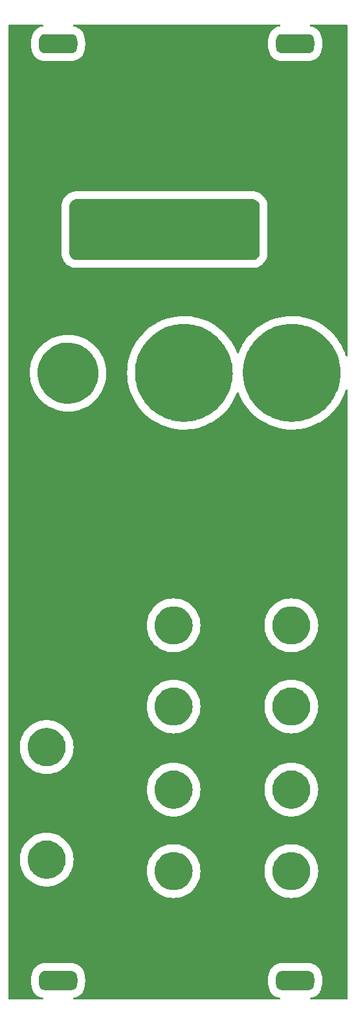
<source format=gbr>
%TF.GenerationSoftware,KiCad,Pcbnew,(6.0.7-1)-1*%
%TF.CreationDate,2022-11-17T19:45:24+01:00*%
%TF.ProjectId,LittleBenPanelv2,4c697474-6c65-4426-956e-50616e656c76,rev?*%
%TF.SameCoordinates,Original*%
%TF.FileFunction,Copper,L2,Bot*%
%TF.FilePolarity,Positive*%
%FSLAX46Y46*%
G04 Gerber Fmt 4.6, Leading zero omitted, Abs format (unit mm)*
G04 Created by KiCad (PCBNEW (6.0.7-1)-1) date 2022-11-17 19:45:24*
%MOMM*%
%LPD*%
G01*
G04 APERTURE LIST*
G04 APERTURE END LIST*
%TA.AperFunction,NonConductor*%
G36*
X40768204Y-23756764D02*
G01*
X40792010Y-23760463D01*
X40800912Y-23759296D01*
X40800913Y-23759296D01*
X40801937Y-23759162D01*
X40831574Y-23758793D01*
X40930161Y-23769227D01*
X40956166Y-23774802D01*
X41069475Y-23811966D01*
X41093717Y-23822870D01*
X41196697Y-23882992D01*
X41218123Y-23898752D01*
X41246203Y-23924388D01*
X41306187Y-23979151D01*
X41323824Y-23999054D01*
X41393044Y-24096147D01*
X41406111Y-24119311D01*
X41442669Y-24203917D01*
X41446922Y-24218839D01*
X41447782Y-24218579D01*
X41450455Y-24227417D01*
X41451810Y-24236541D01*
X41451826Y-24236575D01*
X41451832Y-24236618D01*
X41455710Y-24245027D01*
X41455711Y-24245030D01*
X41459881Y-24254070D01*
X41467495Y-24275466D01*
X41469330Y-24282605D01*
X41520711Y-24482476D01*
X41523246Y-24494896D01*
X41559794Y-24735138D01*
X41559794Y-24735139D01*
X41561066Y-24747743D01*
X41566011Y-24845910D01*
X41573290Y-24990432D01*
X41573290Y-25003104D01*
X41565738Y-25153056D01*
X41561067Y-25245790D01*
X41559795Y-25258395D01*
X41523243Y-25498656D01*
X41520712Y-25511059D01*
X41520709Y-25511070D01*
X41469325Y-25710953D01*
X41460391Y-25735123D01*
X41455559Y-25744962D01*
X41455554Y-25744994D01*
X41455542Y-25745017D01*
X41453874Y-25754623D01*
X41453872Y-25754629D01*
X41453837Y-25754832D01*
X41445362Y-25783246D01*
X41406057Y-25874225D01*
X41392990Y-25897392D01*
X41331647Y-25983441D01*
X41323781Y-25994474D01*
X41306140Y-26014383D01*
X41273089Y-26044559D01*
X41218092Y-26094773D01*
X41196669Y-26110532D01*
X41093696Y-26170652D01*
X41069447Y-26181560D01*
X40956154Y-26218721D01*
X40930152Y-26224295D01*
X40838165Y-26234031D01*
X40822421Y-26233640D01*
X40822409Y-26234577D01*
X40813430Y-26234465D01*
X40804562Y-26233081D01*
X40795662Y-26234242D01*
X40795660Y-26234242D01*
X40772901Y-26237211D01*
X40756603Y-26238270D01*
X37315406Y-26238270D01*
X37296055Y-26236775D01*
X37295847Y-26236743D01*
X37272268Y-26233078D01*
X37263370Y-26234244D01*
X37263364Y-26234244D01*
X37262344Y-26234378D01*
X37232705Y-26234747D01*
X37134126Y-26224311D01*
X37108119Y-26218734D01*
X37104299Y-26217481D01*
X36994828Y-26181571D01*
X36970579Y-26170662D01*
X36867611Y-26110541D01*
X36846187Y-26094781D01*
X36799037Y-26051731D01*
X36758133Y-26014383D01*
X36740503Y-25994486D01*
X36671288Y-25897391D01*
X36658223Y-25874228D01*
X36621543Y-25789323D01*
X36617449Y-25774959D01*
X36616559Y-25775230D01*
X36613827Y-25766269D01*
X36612450Y-25757001D01*
X36612440Y-25756980D01*
X36612436Y-25756951D01*
X36604379Y-25739479D01*
X36596769Y-25718090D01*
X36543549Y-25511065D01*
X36541014Y-25498644D01*
X36504469Y-25258421D01*
X36504465Y-25258394D01*
X36503193Y-25245790D01*
X36498523Y-25153056D01*
X36490970Y-25003103D01*
X36490970Y-24990432D01*
X36498249Y-24845910D01*
X36503194Y-24747742D01*
X36504466Y-24735138D01*
X36541014Y-24494896D01*
X36543549Y-24482476D01*
X36594929Y-24282605D01*
X36603868Y-24258424D01*
X36605005Y-24256109D01*
X36608695Y-24248597D01*
X36608703Y-24248552D01*
X36608717Y-24248523D01*
X36610418Y-24238726D01*
X36618894Y-24210310D01*
X36658204Y-24119329D01*
X36671265Y-24096174D01*
X36740486Y-23999078D01*
X36758122Y-23979175D01*
X36846173Y-23898783D01*
X36867600Y-23883021D01*
X36970570Y-23822902D01*
X36994827Y-23811991D01*
X37051470Y-23793410D01*
X37108116Y-23774829D01*
X37134122Y-23769252D01*
X37150211Y-23767549D01*
X37226122Y-23759513D01*
X37241856Y-23759898D01*
X37241868Y-23758964D01*
X37250845Y-23759076D01*
X37259714Y-23760460D01*
X37268612Y-23759299D01*
X37268614Y-23759299D01*
X37291374Y-23756329D01*
X37307676Y-23755270D01*
X40748859Y-23755270D01*
X40768204Y-23756764D01*
G37*
%TD.AperFunction*%
%TA.AperFunction,NonConductor*%
G36*
X71768204Y-23756764D02*
G01*
X71792010Y-23760463D01*
X71800912Y-23759296D01*
X71800913Y-23759296D01*
X71801937Y-23759162D01*
X71831574Y-23758793D01*
X71930161Y-23769227D01*
X71956166Y-23774802D01*
X72069475Y-23811966D01*
X72093717Y-23822870D01*
X72196697Y-23882992D01*
X72218123Y-23898752D01*
X72246203Y-23924388D01*
X72306187Y-23979151D01*
X72323824Y-23999054D01*
X72393044Y-24096147D01*
X72406111Y-24119311D01*
X72442669Y-24203917D01*
X72442670Y-24203920D01*
X72446951Y-24218936D01*
X72447811Y-24218676D01*
X72450462Y-24227465D01*
X72451811Y-24236544D01*
X72451826Y-24236576D01*
X72451832Y-24236618D01*
X72455668Y-24244935D01*
X72455669Y-24244939D01*
X72459883Y-24254076D01*
X72467497Y-24275472D01*
X72520714Y-24482479D01*
X72523248Y-24494894D01*
X72529676Y-24537140D01*
X72559800Y-24735145D01*
X72561072Y-24747750D01*
X72565880Y-24843180D01*
X72573297Y-24990430D01*
X72573298Y-25003106D01*
X72561076Y-25245809D01*
X72559802Y-25258418D01*
X72523260Y-25498644D01*
X72523259Y-25498649D01*
X72520726Y-25511063D01*
X72469364Y-25710875D01*
X72460425Y-25735054D01*
X72455559Y-25744962D01*
X72455553Y-25744997D01*
X72455540Y-25745023D01*
X72453969Y-25754072D01*
X72453837Y-25754833D01*
X72445361Y-25783249D01*
X72406057Y-25874225D01*
X72392990Y-25897392D01*
X72331647Y-25983441D01*
X72323781Y-25994474D01*
X72306140Y-26014383D01*
X72273089Y-26044559D01*
X72218092Y-26094773D01*
X72196669Y-26110532D01*
X72093696Y-26170652D01*
X72069447Y-26181560D01*
X71956154Y-26218721D01*
X71930152Y-26224295D01*
X71838165Y-26234031D01*
X71822421Y-26233640D01*
X71822409Y-26234577D01*
X71813430Y-26234465D01*
X71804562Y-26233081D01*
X71795662Y-26234242D01*
X71795660Y-26234242D01*
X71772901Y-26237211D01*
X71756603Y-26238270D01*
X68315406Y-26238270D01*
X68296055Y-26236775D01*
X68295847Y-26236743D01*
X68272268Y-26233078D01*
X68263370Y-26234244D01*
X68263364Y-26234244D01*
X68262344Y-26234378D01*
X68232705Y-26234747D01*
X68134126Y-26224311D01*
X68108119Y-26218734D01*
X68104299Y-26217481D01*
X67994828Y-26181571D01*
X67970579Y-26170662D01*
X67867611Y-26110541D01*
X67846187Y-26094781D01*
X67799037Y-26051731D01*
X67758133Y-26014383D01*
X67740503Y-25994486D01*
X67671286Y-25897389D01*
X67658222Y-25874226D01*
X67621546Y-25789332D01*
X67617482Y-25775072D01*
X67616593Y-25775344D01*
X67613836Y-25766330D01*
X67612451Y-25757004D01*
X67612440Y-25756981D01*
X67612436Y-25756951D01*
X67604379Y-25739478D01*
X67596769Y-25718090D01*
X67594935Y-25710953D01*
X67543551Y-25511065D01*
X67541017Y-25498649D01*
X67534996Y-25459065D01*
X67504471Y-25258402D01*
X67503199Y-25245806D01*
X67490977Y-25003105D01*
X67490978Y-24990429D01*
X67498395Y-24843180D01*
X67503203Y-24747750D01*
X67504475Y-24735147D01*
X67504476Y-24735145D01*
X67541027Y-24494897D01*
X67543561Y-24482484D01*
X67594966Y-24282529D01*
X67603904Y-24258351D01*
X67604697Y-24256737D01*
X67604697Y-24256736D01*
X67608695Y-24248597D01*
X67608702Y-24248556D01*
X67608715Y-24248530D01*
X67610418Y-24238726D01*
X67618894Y-24210309D01*
X67658203Y-24119331D01*
X67671267Y-24096171D01*
X67740486Y-23999078D01*
X67758122Y-23979175D01*
X67846173Y-23898783D01*
X67867600Y-23883021D01*
X67970570Y-23822902D01*
X67994827Y-23811991D01*
X68051471Y-23793410D01*
X68108116Y-23774829D01*
X68134122Y-23769252D01*
X68150211Y-23767549D01*
X68226122Y-23759513D01*
X68241856Y-23759898D01*
X68241868Y-23758964D01*
X68250845Y-23759076D01*
X68259714Y-23760460D01*
X68268612Y-23759299D01*
X68268614Y-23759299D01*
X68291374Y-23756329D01*
X68307676Y-23755270D01*
X71748859Y-23755270D01*
X71768204Y-23756764D01*
G37*
%TD.AperFunction*%
%TA.AperFunction,NonConductor*%
G36*
X55696065Y-61613793D02*
G01*
X55975651Y-61624779D01*
X55985514Y-61625555D01*
X56474070Y-61683379D01*
X56483841Y-61684927D01*
X56729827Y-61733856D01*
X56966353Y-61780905D01*
X56975954Y-61783210D01*
X57293299Y-61872710D01*
X57449442Y-61916747D01*
X57458851Y-61919804D01*
X57920408Y-62090081D01*
X57929545Y-62093866D01*
X58376320Y-62299832D01*
X58385115Y-62304313D01*
X58586962Y-62417352D01*
X58814364Y-62544703D01*
X58822800Y-62549873D01*
X59231848Y-62823191D01*
X59239837Y-62828995D01*
X59405908Y-62959915D01*
X59626187Y-63133569D01*
X59633710Y-63139994D01*
X59754664Y-63251802D01*
X59994979Y-63473947D01*
X60001953Y-63480921D01*
X60156515Y-63648125D01*
X60335906Y-63842190D01*
X60342331Y-63849713D01*
X60501506Y-64051625D01*
X60640741Y-64228243D01*
X60646899Y-64236055D01*
X60652709Y-64244052D01*
X60847011Y-64534844D01*
X60926027Y-64653100D01*
X60931197Y-64661536D01*
X61171587Y-65090785D01*
X61176068Y-65099580D01*
X61352362Y-65481990D01*
X61382033Y-65546352D01*
X61385819Y-65555492D01*
X61556096Y-66017049D01*
X61559153Y-66026458D01*
X61692690Y-66499946D01*
X61694995Y-66509547D01*
X61712275Y-66596419D01*
X61790973Y-66992059D01*
X61792521Y-67001830D01*
X61850345Y-67490386D01*
X61851121Y-67500249D01*
X61857375Y-67659415D01*
X61867392Y-67914341D01*
X61870436Y-67991823D01*
X61870436Y-68001717D01*
X61851121Y-68493291D01*
X61850345Y-68503154D01*
X61792521Y-68991710D01*
X61790973Y-69001481D01*
X61749270Y-69211138D01*
X61696830Y-69474773D01*
X61694997Y-69483986D01*
X61692690Y-69493594D01*
X61642443Y-69671759D01*
X61559153Y-69967082D01*
X61556096Y-69976491D01*
X61385819Y-70438048D01*
X61382034Y-70447185D01*
X61210295Y-70819717D01*
X61176073Y-70893950D01*
X61171587Y-70902755D01*
X61009788Y-71191669D01*
X60931197Y-71332004D01*
X60926027Y-71340440D01*
X60685488Y-71700432D01*
X60652714Y-71749481D01*
X60646905Y-71757477D01*
X60569944Y-71855102D01*
X60342331Y-72143827D01*
X60335906Y-72151350D01*
X60185454Y-72314109D01*
X60001953Y-72512619D01*
X59994979Y-72519593D01*
X59796469Y-72703094D01*
X59633710Y-72853546D01*
X59626187Y-72859971D01*
X59472588Y-72981059D01*
X59239837Y-73164545D01*
X59231848Y-73170349D01*
X59063585Y-73282779D01*
X58822800Y-73443667D01*
X58814364Y-73448837D01*
X58385115Y-73689227D01*
X58376320Y-73693708D01*
X57973161Y-73879567D01*
X57929548Y-73899673D01*
X57920408Y-73903459D01*
X57458851Y-74073736D01*
X57449442Y-74076793D01*
X57293299Y-74120830D01*
X56975954Y-74210330D01*
X56966353Y-74212635D01*
X56729827Y-74259684D01*
X56483841Y-74308613D01*
X56474070Y-74310161D01*
X55985514Y-74367985D01*
X55975651Y-74368761D01*
X55696065Y-74379747D01*
X55484068Y-74388076D01*
X55474192Y-74388076D01*
X55262195Y-74379747D01*
X54982609Y-74368761D01*
X54972746Y-74367985D01*
X54484190Y-74310161D01*
X54474419Y-74308613D01*
X54228433Y-74259684D01*
X53991907Y-74212635D01*
X53982306Y-74210330D01*
X53664961Y-74120830D01*
X53508818Y-74076793D01*
X53499409Y-74073736D01*
X53037852Y-73903459D01*
X53028712Y-73899673D01*
X52985099Y-73879567D01*
X52581940Y-73693708D01*
X52573145Y-73689227D01*
X52143896Y-73448837D01*
X52135460Y-73443667D01*
X51894675Y-73282779D01*
X51726412Y-73170349D01*
X51718423Y-73164545D01*
X51485672Y-72981059D01*
X51332073Y-72859971D01*
X51324550Y-72853546D01*
X51161791Y-72703094D01*
X50963281Y-72519593D01*
X50956307Y-72512619D01*
X50772806Y-72314109D01*
X50622354Y-72151350D01*
X50615929Y-72143827D01*
X50388316Y-71855102D01*
X50311355Y-71757477D01*
X50305546Y-71749481D01*
X50272773Y-71700432D01*
X50032233Y-71340440D01*
X50027063Y-71332004D01*
X49948472Y-71191669D01*
X49786673Y-70902755D01*
X49782187Y-70893950D01*
X49747966Y-70819717D01*
X49576226Y-70447185D01*
X49572441Y-70438048D01*
X49402164Y-69976491D01*
X49399107Y-69967082D01*
X49315817Y-69671759D01*
X49265570Y-69493594D01*
X49263263Y-69483986D01*
X49261431Y-69474773D01*
X49208990Y-69211138D01*
X49167287Y-69001481D01*
X49165739Y-68991710D01*
X49107915Y-68503154D01*
X49107139Y-68493291D01*
X49087824Y-68001717D01*
X49087824Y-67991823D01*
X49090869Y-67914341D01*
X49100885Y-67659415D01*
X49107139Y-67500249D01*
X49107915Y-67490386D01*
X49165739Y-67001830D01*
X49167287Y-66992059D01*
X49245985Y-66596419D01*
X49263265Y-66509547D01*
X49265570Y-66499946D01*
X49399107Y-66026458D01*
X49402164Y-66017049D01*
X49572441Y-65555492D01*
X49576227Y-65546352D01*
X49605898Y-65481990D01*
X49782192Y-65099580D01*
X49786673Y-65090785D01*
X50027063Y-64661536D01*
X50032233Y-64653100D01*
X50111249Y-64534844D01*
X50305551Y-64244052D01*
X50311361Y-64236055D01*
X50317520Y-64228243D01*
X50456754Y-64051625D01*
X50615929Y-63849713D01*
X50622354Y-63842190D01*
X50801745Y-63648125D01*
X50956307Y-63480921D01*
X50963281Y-63473947D01*
X51203596Y-63251802D01*
X51324550Y-63139994D01*
X51332073Y-63133569D01*
X51552352Y-62959915D01*
X51718423Y-62828995D01*
X51726412Y-62823191D01*
X52135460Y-62549873D01*
X52143896Y-62544703D01*
X52371298Y-62417352D01*
X52573145Y-62304313D01*
X52581940Y-62299832D01*
X53028715Y-62093866D01*
X53037852Y-62090081D01*
X53499409Y-61919804D01*
X53508818Y-61916747D01*
X53664961Y-61872710D01*
X53982306Y-61783210D01*
X53991907Y-61780905D01*
X54228433Y-61733856D01*
X54474419Y-61684927D01*
X54484190Y-61683379D01*
X54972746Y-61625555D01*
X54982609Y-61624779D01*
X55262195Y-61613793D01*
X55474192Y-61605464D01*
X55484068Y-61605464D01*
X55696065Y-61613793D01*
G37*
%TD.AperFunction*%
%TA.AperFunction,NonConductor*%
G36*
X69812065Y-61613793D02*
G01*
X70091651Y-61624779D01*
X70101514Y-61625555D01*
X70590070Y-61683379D01*
X70599841Y-61684927D01*
X70845827Y-61733856D01*
X71082353Y-61780905D01*
X71091954Y-61783210D01*
X71409299Y-61872710D01*
X71565442Y-61916747D01*
X71574851Y-61919804D01*
X72036408Y-62090081D01*
X72045545Y-62093866D01*
X72492320Y-62299832D01*
X72501115Y-62304313D01*
X72702962Y-62417352D01*
X72930364Y-62544703D01*
X72938800Y-62549873D01*
X73347848Y-62823191D01*
X73355837Y-62828995D01*
X73521908Y-62959915D01*
X73742187Y-63133569D01*
X73749710Y-63139994D01*
X73870664Y-63251802D01*
X74110979Y-63473947D01*
X74117953Y-63480921D01*
X74272515Y-63648125D01*
X74451906Y-63842190D01*
X74458331Y-63849713D01*
X74617506Y-64051625D01*
X74756741Y-64228243D01*
X74762899Y-64236055D01*
X74768709Y-64244052D01*
X74963011Y-64534844D01*
X75042027Y-64653100D01*
X75047197Y-64661536D01*
X75287587Y-65090785D01*
X75292068Y-65099580D01*
X75468362Y-65481990D01*
X75498033Y-65546352D01*
X75501819Y-65555492D01*
X75672096Y-66017049D01*
X75675153Y-66026458D01*
X75808690Y-66499946D01*
X75810995Y-66509547D01*
X75828275Y-66596419D01*
X75906973Y-66992059D01*
X75908521Y-67001830D01*
X75966345Y-67490386D01*
X75967121Y-67500249D01*
X75973375Y-67659415D01*
X75983392Y-67914341D01*
X75986436Y-67991823D01*
X75986436Y-68001717D01*
X75967121Y-68493291D01*
X75966345Y-68503154D01*
X75908521Y-68991710D01*
X75906973Y-69001481D01*
X75865270Y-69211138D01*
X75812830Y-69474773D01*
X75810997Y-69483986D01*
X75808690Y-69493594D01*
X75758443Y-69671759D01*
X75675153Y-69967082D01*
X75672096Y-69976491D01*
X75501819Y-70438048D01*
X75498034Y-70447185D01*
X75326295Y-70819717D01*
X75292073Y-70893950D01*
X75287587Y-70902755D01*
X75125788Y-71191669D01*
X75047197Y-71332004D01*
X75042027Y-71340440D01*
X74801488Y-71700432D01*
X74768714Y-71749481D01*
X74762905Y-71757477D01*
X74685944Y-71855102D01*
X74458331Y-72143827D01*
X74451906Y-72151350D01*
X74301454Y-72314109D01*
X74117953Y-72512619D01*
X74110979Y-72519593D01*
X73912469Y-72703094D01*
X73749710Y-72853546D01*
X73742187Y-72859971D01*
X73588588Y-72981059D01*
X73355837Y-73164545D01*
X73347848Y-73170349D01*
X73179585Y-73282779D01*
X72938800Y-73443667D01*
X72930364Y-73448837D01*
X72501115Y-73689227D01*
X72492320Y-73693708D01*
X72089161Y-73879567D01*
X72045548Y-73899673D01*
X72036408Y-73903459D01*
X71574851Y-74073736D01*
X71565442Y-74076793D01*
X71409299Y-74120830D01*
X71091954Y-74210330D01*
X71082353Y-74212635D01*
X70845827Y-74259684D01*
X70599841Y-74308613D01*
X70590070Y-74310161D01*
X70101514Y-74367985D01*
X70091651Y-74368761D01*
X69812065Y-74379747D01*
X69600068Y-74388076D01*
X69590192Y-74388076D01*
X69378195Y-74379747D01*
X69098609Y-74368761D01*
X69088746Y-74367985D01*
X68600190Y-74310161D01*
X68590419Y-74308613D01*
X68344433Y-74259684D01*
X68107907Y-74212635D01*
X68098306Y-74210330D01*
X67780961Y-74120830D01*
X67624818Y-74076793D01*
X67615409Y-74073736D01*
X67153852Y-73903459D01*
X67144712Y-73899673D01*
X67101099Y-73879567D01*
X66697940Y-73693708D01*
X66689145Y-73689227D01*
X66259896Y-73448837D01*
X66251460Y-73443667D01*
X66010675Y-73282779D01*
X65842412Y-73170349D01*
X65834423Y-73164545D01*
X65601672Y-72981059D01*
X65448073Y-72859971D01*
X65440550Y-72853546D01*
X65277791Y-72703094D01*
X65079281Y-72519593D01*
X65072307Y-72512619D01*
X64888806Y-72314109D01*
X64738354Y-72151350D01*
X64731929Y-72143827D01*
X64504316Y-71855102D01*
X64427355Y-71757477D01*
X64421546Y-71749481D01*
X64388773Y-71700432D01*
X64148233Y-71340440D01*
X64143063Y-71332004D01*
X64064472Y-71191669D01*
X63902673Y-70902755D01*
X63898187Y-70893950D01*
X63863966Y-70819717D01*
X63692226Y-70447185D01*
X63688441Y-70438048D01*
X63518164Y-69976491D01*
X63515107Y-69967082D01*
X63431817Y-69671759D01*
X63381570Y-69493594D01*
X63379263Y-69483986D01*
X63377431Y-69474773D01*
X63324990Y-69211138D01*
X63283287Y-69001481D01*
X63281739Y-68991710D01*
X63223915Y-68503154D01*
X63223139Y-68493291D01*
X63203824Y-68001717D01*
X63203824Y-67991823D01*
X63206869Y-67914341D01*
X63216885Y-67659415D01*
X63223139Y-67500249D01*
X63223915Y-67490386D01*
X63281739Y-67001830D01*
X63283287Y-66992059D01*
X63361985Y-66596419D01*
X63379265Y-66509547D01*
X63381570Y-66499946D01*
X63515107Y-66026458D01*
X63518164Y-66017049D01*
X63688441Y-65555492D01*
X63692227Y-65546352D01*
X63721898Y-65481990D01*
X63898192Y-65099580D01*
X63902673Y-65090785D01*
X64143063Y-64661536D01*
X64148233Y-64653100D01*
X64227249Y-64534844D01*
X64421551Y-64244052D01*
X64427361Y-64236055D01*
X64433520Y-64228243D01*
X64572754Y-64051625D01*
X64731929Y-63849713D01*
X64738354Y-63842190D01*
X64917745Y-63648125D01*
X65072307Y-63480921D01*
X65079281Y-63473947D01*
X65319596Y-63251802D01*
X65440550Y-63139994D01*
X65448073Y-63133569D01*
X65668352Y-62959915D01*
X65834423Y-62828995D01*
X65842412Y-62823191D01*
X66251460Y-62549873D01*
X66259896Y-62544703D01*
X66487298Y-62417352D01*
X66689145Y-62304313D01*
X66697940Y-62299832D01*
X67144715Y-62093866D01*
X67153852Y-62090081D01*
X67615409Y-61919804D01*
X67624818Y-61916747D01*
X67780961Y-61872710D01*
X68098306Y-61783210D01*
X68107907Y-61780905D01*
X68344433Y-61733856D01*
X68590419Y-61684927D01*
X68600190Y-61683379D01*
X69088746Y-61625555D01*
X69098609Y-61624779D01*
X69378195Y-61613793D01*
X69590192Y-61605464D01*
X69600068Y-61605464D01*
X69812065Y-61613793D01*
G37*
%TD.AperFunction*%
%TA.AperFunction,NonConductor*%
G36*
X40768204Y-146156764D02*
G01*
X40792010Y-146160463D01*
X40800912Y-146159296D01*
X40800913Y-146159296D01*
X40801937Y-146159162D01*
X40831574Y-146158793D01*
X40930161Y-146169227D01*
X40956166Y-146174802D01*
X41069475Y-146211966D01*
X41093717Y-146222870D01*
X41196697Y-146282992D01*
X41218123Y-146298752D01*
X41246203Y-146324388D01*
X41306187Y-146379151D01*
X41323824Y-146399054D01*
X41393044Y-146496147D01*
X41406111Y-146519311D01*
X41442669Y-146603917D01*
X41446922Y-146618839D01*
X41447782Y-146618579D01*
X41450455Y-146627417D01*
X41451810Y-146636541D01*
X41451826Y-146636575D01*
X41451832Y-146636618D01*
X41455710Y-146645027D01*
X41455711Y-146645030D01*
X41459881Y-146654070D01*
X41467495Y-146675466D01*
X41469330Y-146682605D01*
X41520711Y-146882476D01*
X41523246Y-146894896D01*
X41559794Y-147135138D01*
X41559794Y-147135139D01*
X41561066Y-147147743D01*
X41566011Y-147245910D01*
X41573290Y-147390432D01*
X41573290Y-147403104D01*
X41565738Y-147553056D01*
X41561067Y-147645790D01*
X41559795Y-147658395D01*
X41523243Y-147898656D01*
X41520712Y-147911059D01*
X41520709Y-147911070D01*
X41469325Y-148110953D01*
X41460391Y-148135123D01*
X41455559Y-148144962D01*
X41455554Y-148144994D01*
X41455542Y-148145017D01*
X41453874Y-148154623D01*
X41453872Y-148154629D01*
X41453837Y-148154832D01*
X41445362Y-148183246D01*
X41406057Y-148274225D01*
X41392990Y-148297392D01*
X41331647Y-148383441D01*
X41323781Y-148394474D01*
X41306140Y-148414383D01*
X41273089Y-148444559D01*
X41218092Y-148494773D01*
X41196669Y-148510532D01*
X41093696Y-148570652D01*
X41069447Y-148581560D01*
X40956154Y-148618721D01*
X40930152Y-148624295D01*
X40838165Y-148634031D01*
X40822421Y-148633640D01*
X40822409Y-148634577D01*
X40813430Y-148634465D01*
X40804562Y-148633081D01*
X40795662Y-148634242D01*
X40795660Y-148634242D01*
X40772901Y-148637211D01*
X40756603Y-148638270D01*
X37315406Y-148638270D01*
X37296055Y-148636775D01*
X37295847Y-148636743D01*
X37272268Y-148633078D01*
X37263370Y-148634244D01*
X37263364Y-148634244D01*
X37262344Y-148634378D01*
X37232705Y-148634747D01*
X37134126Y-148624311D01*
X37108119Y-148618734D01*
X37104299Y-148617481D01*
X36994828Y-148581571D01*
X36970579Y-148570662D01*
X36867611Y-148510541D01*
X36846187Y-148494781D01*
X36799037Y-148451731D01*
X36758133Y-148414383D01*
X36740503Y-148394486D01*
X36671288Y-148297391D01*
X36658223Y-148274228D01*
X36621543Y-148189323D01*
X36617449Y-148174959D01*
X36616559Y-148175230D01*
X36613827Y-148166269D01*
X36612450Y-148157001D01*
X36612440Y-148156980D01*
X36612436Y-148156951D01*
X36604379Y-148139479D01*
X36596769Y-148118090D01*
X36543549Y-147911065D01*
X36541014Y-147898644D01*
X36504469Y-147658421D01*
X36504465Y-147658394D01*
X36503193Y-147645790D01*
X36498523Y-147553056D01*
X36490970Y-147403103D01*
X36490970Y-147390432D01*
X36498249Y-147245910D01*
X36503194Y-147147742D01*
X36504466Y-147135138D01*
X36541014Y-146894896D01*
X36543549Y-146882476D01*
X36594929Y-146682605D01*
X36603868Y-146658424D01*
X36605005Y-146656109D01*
X36608695Y-146648597D01*
X36608703Y-146648552D01*
X36608717Y-146648523D01*
X36610418Y-146638726D01*
X36618894Y-146610310D01*
X36658204Y-146519329D01*
X36671265Y-146496174D01*
X36740486Y-146399078D01*
X36758122Y-146379175D01*
X36846173Y-146298783D01*
X36867600Y-146283021D01*
X36970570Y-146222902D01*
X36994827Y-146211991D01*
X37051471Y-146193410D01*
X37108116Y-146174829D01*
X37134122Y-146169252D01*
X37150211Y-146167549D01*
X37226122Y-146159513D01*
X37241856Y-146159898D01*
X37241868Y-146158964D01*
X37250845Y-146159076D01*
X37259714Y-146160460D01*
X37268612Y-146159299D01*
X37268614Y-146159299D01*
X37291374Y-146156329D01*
X37307676Y-146155270D01*
X40748859Y-146155270D01*
X40768204Y-146156764D01*
G37*
%TD.AperFunction*%
%TA.AperFunction,NonConductor*%
G36*
X71768204Y-146156764D02*
G01*
X71792010Y-146160463D01*
X71800912Y-146159296D01*
X71800913Y-146159296D01*
X71801937Y-146159162D01*
X71831574Y-146158793D01*
X71930161Y-146169227D01*
X71956166Y-146174802D01*
X72069475Y-146211966D01*
X72093717Y-146222870D01*
X72196697Y-146282992D01*
X72218123Y-146298752D01*
X72246203Y-146324388D01*
X72306187Y-146379151D01*
X72323824Y-146399054D01*
X72393044Y-146496147D01*
X72406111Y-146519311D01*
X72442669Y-146603917D01*
X72442670Y-146603920D01*
X72446951Y-146618936D01*
X72447811Y-146618676D01*
X72450462Y-146627465D01*
X72451811Y-146636544D01*
X72451826Y-146636576D01*
X72451832Y-146636618D01*
X72455668Y-146644935D01*
X72455669Y-146644939D01*
X72459883Y-146654076D01*
X72467497Y-146675472D01*
X72520714Y-146882479D01*
X72523248Y-146894894D01*
X72529676Y-146937140D01*
X72559800Y-147135145D01*
X72561072Y-147147750D01*
X72565880Y-147243180D01*
X72573297Y-147390430D01*
X72573298Y-147403106D01*
X72561076Y-147645809D01*
X72559802Y-147658418D01*
X72523260Y-147898644D01*
X72523259Y-147898649D01*
X72520726Y-147911063D01*
X72469364Y-148110875D01*
X72460425Y-148135054D01*
X72455559Y-148144962D01*
X72455553Y-148144997D01*
X72455540Y-148145023D01*
X72453969Y-148154072D01*
X72453837Y-148154833D01*
X72445361Y-148183249D01*
X72406057Y-148274225D01*
X72392990Y-148297392D01*
X72331647Y-148383441D01*
X72323781Y-148394474D01*
X72306140Y-148414383D01*
X72273089Y-148444559D01*
X72218092Y-148494773D01*
X72196669Y-148510532D01*
X72093696Y-148570652D01*
X72069447Y-148581560D01*
X71956154Y-148618721D01*
X71930152Y-148624295D01*
X71838165Y-148634031D01*
X71822421Y-148633640D01*
X71822409Y-148634577D01*
X71813430Y-148634465D01*
X71804562Y-148633081D01*
X71795662Y-148634242D01*
X71795660Y-148634242D01*
X71772901Y-148637211D01*
X71756603Y-148638270D01*
X68315406Y-148638270D01*
X68296055Y-148636775D01*
X68295847Y-148636743D01*
X68272268Y-148633078D01*
X68263370Y-148634244D01*
X68263364Y-148634244D01*
X68262344Y-148634378D01*
X68232705Y-148634747D01*
X68134126Y-148624311D01*
X68108119Y-148618734D01*
X68104299Y-148617481D01*
X67994828Y-148581571D01*
X67970579Y-148570662D01*
X67867611Y-148510541D01*
X67846187Y-148494781D01*
X67799037Y-148451731D01*
X67758133Y-148414383D01*
X67740503Y-148394486D01*
X67671286Y-148297389D01*
X67658222Y-148274226D01*
X67621546Y-148189332D01*
X67617482Y-148175072D01*
X67616593Y-148175344D01*
X67613836Y-148166330D01*
X67612451Y-148157004D01*
X67612440Y-148156981D01*
X67612436Y-148156951D01*
X67604379Y-148139478D01*
X67596769Y-148118090D01*
X67594935Y-148110953D01*
X67543551Y-147911065D01*
X67541017Y-147898649D01*
X67534996Y-147859065D01*
X67504471Y-147658402D01*
X67503199Y-147645806D01*
X67490977Y-147403105D01*
X67490978Y-147390429D01*
X67498395Y-147243180D01*
X67503203Y-147147750D01*
X67504475Y-147135147D01*
X67504476Y-147135145D01*
X67541027Y-146894897D01*
X67543561Y-146882484D01*
X67594966Y-146682529D01*
X67603904Y-146658351D01*
X67604697Y-146656737D01*
X67604697Y-146656736D01*
X67608695Y-146648597D01*
X67608702Y-146648556D01*
X67608715Y-146648530D01*
X67610418Y-146638726D01*
X67618894Y-146610309D01*
X67658203Y-146519331D01*
X67671267Y-146496171D01*
X67740486Y-146399078D01*
X67758122Y-146379175D01*
X67846173Y-146298783D01*
X67867600Y-146283021D01*
X67970570Y-146222902D01*
X67994827Y-146211991D01*
X68051471Y-146193410D01*
X68108116Y-146174829D01*
X68134122Y-146169252D01*
X68150211Y-146167549D01*
X68226122Y-146159513D01*
X68241856Y-146159898D01*
X68241868Y-146158964D01*
X68250845Y-146159076D01*
X68259714Y-146160460D01*
X68268612Y-146159299D01*
X68268614Y-146159299D01*
X68291374Y-146156329D01*
X68307676Y-146155270D01*
X71748859Y-146155270D01*
X71768204Y-146156764D01*
G37*
%TD.AperFunction*%
%TA.AperFunction,NonConductor*%
G36*
X64385648Y-45306771D02*
G01*
X64390266Y-45307490D01*
X64398704Y-45308804D01*
X64409344Y-45310461D01*
X64418246Y-45309297D01*
X64418248Y-45309297D01*
X64422017Y-45308804D01*
X64449336Y-45308220D01*
X64576608Y-45319357D01*
X64576811Y-45319375D01*
X64598440Y-45323189D01*
X64744087Y-45362217D01*
X64764725Y-45369729D01*
X64901379Y-45433454D01*
X64920399Y-45444435D01*
X65043919Y-45530925D01*
X65060743Y-45545043D01*
X65167357Y-45651657D01*
X65181475Y-45668481D01*
X65267965Y-45792001D01*
X65278946Y-45811021D01*
X65342671Y-45947675D01*
X65350183Y-45968313D01*
X65389211Y-46113960D01*
X65393025Y-46135589D01*
X65403577Y-46256168D01*
X65403023Y-46272651D01*
X65403430Y-46272656D01*
X65403321Y-46281631D01*
X65401939Y-46290504D01*
X65405734Y-46319525D01*
X65406066Y-46322060D01*
X65407130Y-46338400D01*
X65407130Y-52247413D01*
X65405630Y-52266796D01*
X65401939Y-52290504D01*
X65403104Y-52299411D01*
X65403596Y-52303177D01*
X65404181Y-52330495D01*
X65393031Y-52457967D01*
X65389218Y-52479592D01*
X65350195Y-52625234D01*
X65342684Y-52645870D01*
X65278958Y-52782532D01*
X65267980Y-52801546D01*
X65217678Y-52873383D01*
X65181495Y-52925057D01*
X65167379Y-52941880D01*
X65060756Y-53048500D01*
X65043940Y-53062610D01*
X64920419Y-53149097D01*
X64901415Y-53160069D01*
X64764741Y-53223796D01*
X64744118Y-53231301D01*
X64688885Y-53246099D01*
X64598469Y-53270322D01*
X64576838Y-53274135D01*
X64456097Y-53284693D01*
X64439779Y-53284144D01*
X64439774Y-53284571D01*
X64430804Y-53284461D01*
X64421930Y-53283079D01*
X64399386Y-53286026D01*
X64390352Y-53287207D01*
X64374020Y-53288270D01*
X41545987Y-53288270D01*
X41526604Y-53286770D01*
X41502896Y-53283079D01*
X41493989Y-53284244D01*
X41490223Y-53284736D01*
X41462904Y-53285321D01*
X41335428Y-53274170D01*
X41313799Y-53270356D01*
X41168156Y-53231334D01*
X41147516Y-53223822D01*
X41147450Y-53223791D01*
X41010861Y-53160100D01*
X40991843Y-53149120D01*
X40868323Y-53062631D01*
X40851498Y-53048513D01*
X40744887Y-52941902D01*
X40730769Y-52925077D01*
X40644280Y-52801557D01*
X40633298Y-52782536D01*
X40569578Y-52645884D01*
X40562066Y-52625244D01*
X40523044Y-52479601D01*
X40519230Y-52457972D01*
X40508682Y-52337388D01*
X40509237Y-52320906D01*
X40508830Y-52320901D01*
X40508940Y-52311927D01*
X40510321Y-52303056D01*
X40506193Y-52271481D01*
X40505130Y-52255147D01*
X40505130Y-46346152D01*
X40506631Y-46326761D01*
X40508939Y-46311943D01*
X40510321Y-46303070D01*
X40508664Y-46290393D01*
X40508081Y-46263077D01*
X40508144Y-46262364D01*
X40519239Y-46135604D01*
X40523053Y-46113976D01*
X40562085Y-45968326D01*
X40569597Y-45947689D01*
X40633325Y-45811031D01*
X40644306Y-45792012D01*
X40730795Y-45668495D01*
X40744913Y-45651671D01*
X40851531Y-45545053D01*
X40868352Y-45530937D01*
X40991872Y-45444446D01*
X41010891Y-45433465D01*
X41147549Y-45369737D01*
X41168186Y-45362225D01*
X41313836Y-45323193D01*
X41335464Y-45319379D01*
X41387378Y-45314835D01*
X41456048Y-45308824D01*
X41472528Y-45309378D01*
X41472533Y-45308971D01*
X41481508Y-45309080D01*
X41490378Y-45310461D01*
X41499277Y-45309297D01*
X41499279Y-45309297D01*
X41521929Y-45306334D01*
X41538271Y-45305270D01*
X64366261Y-45305270D01*
X64385648Y-45306771D01*
G37*
%TD.AperFunction*%
%TA.AperFunction,NonConductor*%
G36*
X40366130Y-64051710D02*
G01*
X40743210Y-64072792D01*
X40755443Y-64074079D01*
X41128652Y-64131854D01*
X41140706Y-64134329D01*
X41195421Y-64148377D01*
X41506477Y-64228243D01*
X41518237Y-64231883D01*
X41873105Y-64361045D01*
X41884453Y-64365815D01*
X42225024Y-64528989D01*
X42235853Y-64534844D01*
X42558882Y-64730478D01*
X42569087Y-64737362D01*
X42608457Y-64766814D01*
X42871481Y-64963580D01*
X42880956Y-64971418D01*
X43116896Y-65186862D01*
X43159833Y-65226069D01*
X43168504Y-65234801D01*
X43314580Y-65397035D01*
X43421191Y-65515438D01*
X43428971Y-65524976D01*
X43451470Y-65555492D01*
X43653082Y-65828953D01*
X43659894Y-65839207D01*
X43853260Y-66163582D01*
X43859039Y-66174451D01*
X44016727Y-66509554D01*
X44019831Y-66516151D01*
X44024520Y-66527527D01*
X44087863Y-66705414D01*
X44151204Y-66883296D01*
X44154762Y-66895081D01*
X44246122Y-67261506D01*
X44248513Y-67273581D01*
X44296396Y-67597842D01*
X44303679Y-67647163D01*
X44304880Y-67659408D01*
X44321380Y-67996770D01*
X44323437Y-68038818D01*
X44323575Y-68046723D01*
X44322803Y-68102008D01*
X44322129Y-68150259D01*
X44321770Y-68158165D01*
X44292629Y-68536894D01*
X44291087Y-68549102D01*
X44246649Y-68801123D01*
X44225508Y-68921020D01*
X44222781Y-68933018D01*
X44205023Y-68996621D01*
X44121228Y-69296741D01*
X44117343Y-69308422D01*
X43993935Y-69626588D01*
X43980776Y-69660513D01*
X43975769Y-69671759D01*
X43805494Y-70008845D01*
X43799413Y-70019548D01*
X43597065Y-70338398D01*
X43589974Y-70348452D01*
X43446476Y-70532120D01*
X43357474Y-70646037D01*
X43349431Y-70655355D01*
X43088992Y-70928843D01*
X43080077Y-70937332D01*
X42794206Y-71184090D01*
X42784505Y-71191669D01*
X42475921Y-71409351D01*
X42465527Y-71415947D01*
X42137170Y-71602479D01*
X42126183Y-71608030D01*
X41781178Y-71761636D01*
X41769701Y-71766087D01*
X41411375Y-71885286D01*
X41399518Y-71888597D01*
X41031250Y-71972266D01*
X41019127Y-71974403D01*
X40831800Y-71998068D01*
X40644471Y-72021733D01*
X40632202Y-72022678D01*
X40254696Y-72033223D01*
X40242389Y-72032965D01*
X40226971Y-72031887D01*
X39865658Y-72006621D01*
X39853448Y-72005165D01*
X39658940Y-71972266D01*
X39481094Y-71942185D01*
X39469071Y-71939542D01*
X39104634Y-71840527D01*
X39092927Y-71836723D01*
X38739903Y-71702622D01*
X38728622Y-71697694D01*
X38390356Y-71529777D01*
X38379610Y-71523771D01*
X38059354Y-71323653D01*
X38049246Y-71316628D01*
X37750040Y-71086209D01*
X37740665Y-71078230D01*
X37645039Y-70988431D01*
X37465369Y-70819710D01*
X37456841Y-70810880D01*
X37208074Y-70526714D01*
X37200436Y-70517076D01*
X36980592Y-70210003D01*
X36973923Y-70199655D01*
X36785104Y-69872608D01*
X36779479Y-69861664D01*
X36623474Y-69517753D01*
X36618942Y-69506308D01*
X36497240Y-69148811D01*
X36493847Y-69136977D01*
X36407611Y-68769309D01*
X36405389Y-68757201D01*
X36355444Y-68382877D01*
X36354414Y-68370610D01*
X36341234Y-67993197D01*
X36341406Y-67980888D01*
X36365118Y-67603994D01*
X36366490Y-67591761D01*
X36426868Y-67218977D01*
X36429427Y-67206936D01*
X36443163Y-67154947D01*
X36525896Y-66841815D01*
X36529617Y-66830087D01*
X36661255Y-66476124D01*
X36666104Y-66464809D01*
X36831650Y-66125390D01*
X36837580Y-66114603D01*
X36938107Y-65951198D01*
X37035464Y-65792947D01*
X37042414Y-65782797D01*
X37270741Y-65481990D01*
X37278653Y-65472560D01*
X37535236Y-65195475D01*
X37544031Y-65186862D01*
X37738852Y-65013892D01*
X37826444Y-64936124D01*
X37836024Y-64928423D01*
X38141548Y-64706445D01*
X38151841Y-64699710D01*
X38438287Y-64531653D01*
X38477570Y-64508606D01*
X38488479Y-64502903D01*
X38831299Y-64344499D01*
X38842713Y-64339888D01*
X39199341Y-64215696D01*
X39211150Y-64212220D01*
X39578204Y-64123420D01*
X39590296Y-64121113D01*
X39964275Y-64068554D01*
X39976534Y-64067439D01*
X40128348Y-64061076D01*
X40353839Y-64051625D01*
X40366130Y-64051710D01*
G37*
%TD.AperFunction*%
%TA.AperFunction,NonConductor*%
G36*
X69696442Y-98511180D02*
G01*
X69991132Y-98548408D01*
X70006663Y-98551371D01*
X70209900Y-98603554D01*
X70294365Y-98625241D01*
X70309413Y-98630130D01*
X70399387Y-98665753D01*
X70585591Y-98739476D01*
X70599903Y-98746211D01*
X70860198Y-98889311D01*
X70873558Y-98897789D01*
X71113858Y-99072376D01*
X71126050Y-99082462D01*
X71342573Y-99285791D01*
X71353405Y-99297326D01*
X71542748Y-99526202D01*
X71552048Y-99539003D01*
X71711200Y-99789787D01*
X71718823Y-99803653D01*
X71845292Y-100072415D01*
X71851117Y-100087126D01*
X71942909Y-100369632D01*
X71946839Y-100384938D01*
X71994125Y-100632819D01*
X72002499Y-100676716D01*
X72004482Y-100692415D01*
X72023132Y-100988859D01*
X72023132Y-101004681D01*
X72004482Y-101301125D01*
X72002500Y-101316820D01*
X71946839Y-101608602D01*
X71942909Y-101623908D01*
X71908302Y-101730418D01*
X71851117Y-101906414D01*
X71845292Y-101921125D01*
X71718823Y-102189887D01*
X71711200Y-102203753D01*
X71552048Y-102454537D01*
X71542748Y-102467338D01*
X71353405Y-102696214D01*
X71342573Y-102707749D01*
X71126050Y-102911078D01*
X71113858Y-102921164D01*
X70873558Y-103095751D01*
X70860198Y-103104229D01*
X70599903Y-103247329D01*
X70585591Y-103254064D01*
X70399387Y-103327787D01*
X70309413Y-103363410D01*
X70294365Y-103368299D01*
X70209900Y-103389986D01*
X70006663Y-103442169D01*
X69991132Y-103445132D01*
X69721185Y-103479234D01*
X69696441Y-103482360D01*
X69680649Y-103483354D01*
X69383611Y-103483354D01*
X69367819Y-103482360D01*
X69343075Y-103479234D01*
X69073128Y-103445132D01*
X69057597Y-103442169D01*
X68854360Y-103389986D01*
X68769895Y-103368299D01*
X68754847Y-103363410D01*
X68664873Y-103327787D01*
X68478669Y-103254064D01*
X68464357Y-103247329D01*
X68204062Y-103104229D01*
X68190702Y-103095751D01*
X67950402Y-102921164D01*
X67938210Y-102911078D01*
X67721687Y-102707749D01*
X67710855Y-102696214D01*
X67521512Y-102467338D01*
X67512212Y-102454537D01*
X67353060Y-102203753D01*
X67345437Y-102189887D01*
X67218968Y-101921125D01*
X67213143Y-101906414D01*
X67155958Y-101730418D01*
X67121351Y-101623908D01*
X67117421Y-101608602D01*
X67061760Y-101316820D01*
X67059778Y-101301125D01*
X67041128Y-101004681D01*
X67041128Y-100988859D01*
X67059778Y-100692415D01*
X67061761Y-100676716D01*
X67070135Y-100632819D01*
X67117421Y-100384938D01*
X67121351Y-100369632D01*
X67213143Y-100087126D01*
X67218968Y-100072415D01*
X67345437Y-99803653D01*
X67353060Y-99789787D01*
X67512212Y-99539003D01*
X67521512Y-99526202D01*
X67710855Y-99297326D01*
X67721687Y-99285791D01*
X67938210Y-99082462D01*
X67950402Y-99072376D01*
X68190702Y-98897789D01*
X68204062Y-98889311D01*
X68464357Y-98746211D01*
X68478669Y-98739476D01*
X68664873Y-98665753D01*
X68754847Y-98630130D01*
X68769895Y-98625241D01*
X68854360Y-98603554D01*
X69057597Y-98551371D01*
X69073128Y-98548408D01*
X69367818Y-98511180D01*
X69383611Y-98510186D01*
X69680649Y-98510186D01*
X69696442Y-98511180D01*
G37*
%TD.AperFunction*%
%TA.AperFunction,NonConductor*%
G36*
X54296442Y-98511180D02*
G01*
X54591132Y-98548408D01*
X54606663Y-98551371D01*
X54809900Y-98603554D01*
X54894365Y-98625241D01*
X54909413Y-98630130D01*
X54999387Y-98665753D01*
X55185591Y-98739476D01*
X55199903Y-98746211D01*
X55460198Y-98889311D01*
X55473558Y-98897789D01*
X55713858Y-99072376D01*
X55726050Y-99082462D01*
X55942573Y-99285791D01*
X55953405Y-99297326D01*
X56142748Y-99526202D01*
X56152048Y-99539003D01*
X56311200Y-99789787D01*
X56318823Y-99803653D01*
X56445292Y-100072415D01*
X56451117Y-100087126D01*
X56542909Y-100369632D01*
X56546839Y-100384938D01*
X56594125Y-100632819D01*
X56602499Y-100676716D01*
X56604482Y-100692415D01*
X56623132Y-100988859D01*
X56623132Y-101004681D01*
X56604482Y-101301125D01*
X56602500Y-101316820D01*
X56546839Y-101608602D01*
X56542909Y-101623908D01*
X56508302Y-101730418D01*
X56451117Y-101906414D01*
X56445292Y-101921125D01*
X56318823Y-102189887D01*
X56311200Y-102203753D01*
X56152048Y-102454537D01*
X56142748Y-102467338D01*
X55953405Y-102696214D01*
X55942573Y-102707749D01*
X55726050Y-102911078D01*
X55713858Y-102921164D01*
X55473558Y-103095751D01*
X55460198Y-103104229D01*
X55199903Y-103247329D01*
X55185591Y-103254064D01*
X54999387Y-103327787D01*
X54909413Y-103363410D01*
X54894365Y-103368299D01*
X54809900Y-103389986D01*
X54606663Y-103442169D01*
X54591132Y-103445132D01*
X54321185Y-103479234D01*
X54296441Y-103482360D01*
X54280649Y-103483354D01*
X53983611Y-103483354D01*
X53967819Y-103482360D01*
X53943075Y-103479234D01*
X53673128Y-103445132D01*
X53657597Y-103442169D01*
X53454360Y-103389986D01*
X53369895Y-103368299D01*
X53354847Y-103363410D01*
X53264873Y-103327787D01*
X53078669Y-103254064D01*
X53064357Y-103247329D01*
X52804062Y-103104229D01*
X52790702Y-103095751D01*
X52550402Y-102921164D01*
X52538210Y-102911078D01*
X52321687Y-102707749D01*
X52310855Y-102696214D01*
X52121512Y-102467338D01*
X52112212Y-102454537D01*
X51953060Y-102203753D01*
X51945437Y-102189887D01*
X51818968Y-101921125D01*
X51813143Y-101906414D01*
X51755958Y-101730418D01*
X51721351Y-101623908D01*
X51717421Y-101608602D01*
X51661760Y-101316820D01*
X51659778Y-101301125D01*
X51641128Y-101004681D01*
X51641128Y-100988859D01*
X51659778Y-100692415D01*
X51661761Y-100676716D01*
X51670135Y-100632819D01*
X51717421Y-100384938D01*
X51721351Y-100369632D01*
X51813143Y-100087126D01*
X51818968Y-100072415D01*
X51945437Y-99803653D01*
X51953060Y-99789787D01*
X52112212Y-99539003D01*
X52121512Y-99526202D01*
X52310855Y-99297326D01*
X52321687Y-99285791D01*
X52538210Y-99082462D01*
X52550402Y-99072376D01*
X52790702Y-98897789D01*
X52804062Y-98889311D01*
X53064357Y-98746211D01*
X53078669Y-98739476D01*
X53264873Y-98665753D01*
X53354847Y-98630130D01*
X53369895Y-98625241D01*
X53454360Y-98603554D01*
X53657597Y-98551371D01*
X53673128Y-98548408D01*
X53967818Y-98511180D01*
X53983611Y-98510186D01*
X54280649Y-98510186D01*
X54296442Y-98511180D01*
G37*
%TD.AperFunction*%
%TA.AperFunction,NonConductor*%
G36*
X69696442Y-109111180D02*
G01*
X69991132Y-109148408D01*
X70006663Y-109151371D01*
X70209900Y-109203554D01*
X70294365Y-109225241D01*
X70309413Y-109230130D01*
X70399387Y-109265753D01*
X70585591Y-109339476D01*
X70599903Y-109346211D01*
X70860198Y-109489311D01*
X70873558Y-109497789D01*
X71113858Y-109672376D01*
X71126050Y-109682462D01*
X71342573Y-109885791D01*
X71353405Y-109897326D01*
X71542748Y-110126202D01*
X71552048Y-110139003D01*
X71711200Y-110389787D01*
X71718823Y-110403653D01*
X71845292Y-110672415D01*
X71851117Y-110687126D01*
X71942909Y-110969632D01*
X71946839Y-110984938D01*
X71994125Y-111232819D01*
X72002499Y-111276716D01*
X72004482Y-111292415D01*
X72023132Y-111588859D01*
X72023132Y-111604681D01*
X72004482Y-111901125D01*
X72002500Y-111916820D01*
X71946839Y-112208602D01*
X71942909Y-112223908D01*
X71908302Y-112330418D01*
X71851117Y-112506414D01*
X71845292Y-112521125D01*
X71718823Y-112789887D01*
X71711200Y-112803753D01*
X71552048Y-113054537D01*
X71542748Y-113067338D01*
X71353405Y-113296214D01*
X71342576Y-113307746D01*
X71240912Y-113403215D01*
X71126050Y-113511078D01*
X71113858Y-113521164D01*
X70873558Y-113695751D01*
X70860198Y-113704229D01*
X70599903Y-113847329D01*
X70585591Y-113854064D01*
X70399387Y-113927787D01*
X70309413Y-113963410D01*
X70294365Y-113968299D01*
X70209900Y-113989986D01*
X70006663Y-114042169D01*
X69991132Y-114045132D01*
X69721185Y-114079234D01*
X69696441Y-114082360D01*
X69680649Y-114083354D01*
X69383611Y-114083354D01*
X69367819Y-114082360D01*
X69343075Y-114079234D01*
X69073128Y-114045132D01*
X69057597Y-114042169D01*
X68854360Y-113989986D01*
X68769895Y-113968299D01*
X68754847Y-113963410D01*
X68664873Y-113927787D01*
X68478669Y-113854064D01*
X68464357Y-113847329D01*
X68204062Y-113704229D01*
X68190702Y-113695751D01*
X67950402Y-113521164D01*
X67938210Y-113511078D01*
X67823348Y-113403215D01*
X67721684Y-113307746D01*
X67710855Y-113296214D01*
X67521512Y-113067338D01*
X67512212Y-113054537D01*
X67353060Y-112803753D01*
X67345437Y-112789887D01*
X67218968Y-112521125D01*
X67213143Y-112506414D01*
X67155958Y-112330418D01*
X67121351Y-112223908D01*
X67117421Y-112208602D01*
X67061760Y-111916820D01*
X67059778Y-111901125D01*
X67041128Y-111604681D01*
X67041128Y-111588859D01*
X67059778Y-111292415D01*
X67061761Y-111276716D01*
X67070135Y-111232819D01*
X67117421Y-110984938D01*
X67121351Y-110969632D01*
X67213143Y-110687126D01*
X67218968Y-110672415D01*
X67345437Y-110403653D01*
X67353060Y-110389787D01*
X67512212Y-110139003D01*
X67521512Y-110126202D01*
X67710855Y-109897326D01*
X67721687Y-109885791D01*
X67938210Y-109682462D01*
X67950402Y-109672376D01*
X68190702Y-109497789D01*
X68204062Y-109489311D01*
X68464357Y-109346211D01*
X68478669Y-109339476D01*
X68664873Y-109265753D01*
X68754847Y-109230130D01*
X68769895Y-109225241D01*
X68854360Y-109203554D01*
X69057597Y-109151371D01*
X69073128Y-109148408D01*
X69367818Y-109111180D01*
X69383611Y-109110186D01*
X69680649Y-109110186D01*
X69696442Y-109111180D01*
G37*
%TD.AperFunction*%
%TA.AperFunction,NonConductor*%
G36*
X54296442Y-109111180D02*
G01*
X54591132Y-109148408D01*
X54606663Y-109151371D01*
X54809900Y-109203554D01*
X54894365Y-109225241D01*
X54909413Y-109230130D01*
X54999387Y-109265753D01*
X55185591Y-109339476D01*
X55199903Y-109346211D01*
X55460198Y-109489311D01*
X55473558Y-109497789D01*
X55713858Y-109672376D01*
X55726050Y-109682462D01*
X55942573Y-109885791D01*
X55953405Y-109897326D01*
X56142748Y-110126202D01*
X56152048Y-110139003D01*
X56311200Y-110389787D01*
X56318823Y-110403653D01*
X56445292Y-110672415D01*
X56451117Y-110687126D01*
X56542909Y-110969632D01*
X56546839Y-110984938D01*
X56594125Y-111232819D01*
X56602499Y-111276716D01*
X56604482Y-111292415D01*
X56623132Y-111588859D01*
X56623132Y-111604681D01*
X56604482Y-111901125D01*
X56602500Y-111916820D01*
X56546839Y-112208602D01*
X56542909Y-112223908D01*
X56508302Y-112330418D01*
X56451117Y-112506414D01*
X56445292Y-112521125D01*
X56318823Y-112789887D01*
X56311200Y-112803753D01*
X56152048Y-113054537D01*
X56142748Y-113067338D01*
X55953405Y-113296214D01*
X55942576Y-113307746D01*
X55840912Y-113403215D01*
X55726050Y-113511078D01*
X55713858Y-113521164D01*
X55473558Y-113695751D01*
X55460198Y-113704229D01*
X55199903Y-113847329D01*
X55185591Y-113854064D01*
X54999387Y-113927787D01*
X54909413Y-113963410D01*
X54894365Y-113968299D01*
X54809900Y-113989986D01*
X54606663Y-114042169D01*
X54591132Y-114045132D01*
X54321185Y-114079234D01*
X54296441Y-114082360D01*
X54280649Y-114083354D01*
X53983611Y-114083354D01*
X53967819Y-114082360D01*
X53943075Y-114079234D01*
X53673128Y-114045132D01*
X53657597Y-114042169D01*
X53454360Y-113989986D01*
X53369895Y-113968299D01*
X53354847Y-113963410D01*
X53264873Y-113927787D01*
X53078669Y-113854064D01*
X53064357Y-113847329D01*
X52804062Y-113704229D01*
X52790702Y-113695751D01*
X52550402Y-113521164D01*
X52538210Y-113511078D01*
X52423348Y-113403215D01*
X52321684Y-113307746D01*
X52310855Y-113296214D01*
X52121512Y-113067338D01*
X52112212Y-113054537D01*
X51953060Y-112803753D01*
X51945437Y-112789887D01*
X51818968Y-112521125D01*
X51813143Y-112506414D01*
X51755958Y-112330418D01*
X51721351Y-112223908D01*
X51717421Y-112208602D01*
X51661760Y-111916820D01*
X51659778Y-111901125D01*
X51641128Y-111604681D01*
X51641128Y-111588859D01*
X51659778Y-111292415D01*
X51661761Y-111276716D01*
X51670135Y-111232819D01*
X51717421Y-110984938D01*
X51721351Y-110969632D01*
X51813143Y-110687126D01*
X51818968Y-110672415D01*
X51945437Y-110403653D01*
X51953060Y-110389787D01*
X52112212Y-110139003D01*
X52121512Y-110126202D01*
X52310855Y-109897326D01*
X52321687Y-109885791D01*
X52538210Y-109682462D01*
X52550402Y-109672376D01*
X52790702Y-109497789D01*
X52804062Y-109489311D01*
X53064357Y-109346211D01*
X53078669Y-109339476D01*
X53264873Y-109265753D01*
X53354847Y-109230130D01*
X53369895Y-109225241D01*
X53454360Y-109203554D01*
X53657597Y-109151371D01*
X53673128Y-109148408D01*
X53967818Y-109111180D01*
X53983611Y-109110186D01*
X54280649Y-109110186D01*
X54296442Y-109111180D01*
G37*
%TD.AperFunction*%
%TA.AperFunction,NonConductor*%
G36*
X37696442Y-114411180D02*
G01*
X37991132Y-114448408D01*
X38006663Y-114451371D01*
X38209900Y-114503554D01*
X38294365Y-114525241D01*
X38309413Y-114530130D01*
X38399387Y-114565753D01*
X38585591Y-114639476D01*
X38599903Y-114646211D01*
X38860198Y-114789311D01*
X38873558Y-114797789D01*
X39113858Y-114972376D01*
X39126050Y-114982462D01*
X39241460Y-115090839D01*
X39342573Y-115185791D01*
X39353405Y-115197326D01*
X39542748Y-115426202D01*
X39552048Y-115439003D01*
X39711200Y-115689787D01*
X39718823Y-115703653D01*
X39845292Y-115972415D01*
X39851117Y-115987126D01*
X39942909Y-116269632D01*
X39946839Y-116284938D01*
X39994125Y-116532819D01*
X40002499Y-116576716D01*
X40004482Y-116592415D01*
X40023132Y-116888859D01*
X40023132Y-116904681D01*
X40004482Y-117201125D01*
X40002500Y-117216820D01*
X39946839Y-117508602D01*
X39942909Y-117523908D01*
X39908302Y-117630418D01*
X39851117Y-117806414D01*
X39845292Y-117821125D01*
X39718823Y-118089887D01*
X39711200Y-118103753D01*
X39552048Y-118354537D01*
X39542748Y-118367338D01*
X39353405Y-118596214D01*
X39342573Y-118607749D01*
X39126050Y-118811078D01*
X39113858Y-118821164D01*
X38873558Y-118995751D01*
X38860198Y-119004229D01*
X38599903Y-119147329D01*
X38585591Y-119154064D01*
X38399387Y-119227787D01*
X38309413Y-119263410D01*
X38294365Y-119268299D01*
X38209900Y-119289986D01*
X38006663Y-119342169D01*
X37991132Y-119345132D01*
X37721185Y-119379234D01*
X37696441Y-119382360D01*
X37680649Y-119383354D01*
X37383611Y-119383354D01*
X37367819Y-119382360D01*
X37343075Y-119379234D01*
X37073128Y-119345132D01*
X37057597Y-119342169D01*
X36854360Y-119289986D01*
X36769895Y-119268299D01*
X36754847Y-119263410D01*
X36664873Y-119227787D01*
X36478669Y-119154064D01*
X36464357Y-119147329D01*
X36204062Y-119004229D01*
X36190702Y-118995751D01*
X35950402Y-118821164D01*
X35938210Y-118811078D01*
X35721687Y-118607749D01*
X35710855Y-118596214D01*
X35521512Y-118367338D01*
X35512212Y-118354537D01*
X35353060Y-118103753D01*
X35345437Y-118089887D01*
X35218968Y-117821125D01*
X35213143Y-117806414D01*
X35155958Y-117630418D01*
X35121351Y-117523908D01*
X35117421Y-117508602D01*
X35061760Y-117216820D01*
X35059778Y-117201125D01*
X35041128Y-116904681D01*
X35041128Y-116888859D01*
X35059778Y-116592415D01*
X35061761Y-116576716D01*
X35070135Y-116532819D01*
X35117421Y-116284938D01*
X35121351Y-116269632D01*
X35213143Y-115987126D01*
X35218968Y-115972415D01*
X35345437Y-115703653D01*
X35353060Y-115689787D01*
X35512212Y-115439003D01*
X35521512Y-115426202D01*
X35710855Y-115197326D01*
X35721687Y-115185791D01*
X35822801Y-115090839D01*
X35938210Y-114982462D01*
X35950402Y-114972376D01*
X36190702Y-114797789D01*
X36204062Y-114789311D01*
X36464357Y-114646211D01*
X36478669Y-114639476D01*
X36664873Y-114565753D01*
X36754847Y-114530130D01*
X36769895Y-114525241D01*
X36854360Y-114503554D01*
X37057597Y-114451371D01*
X37073128Y-114448408D01*
X37367818Y-114411180D01*
X37383611Y-114410186D01*
X37680649Y-114410186D01*
X37696442Y-114411180D01*
G37*
%TD.AperFunction*%
%TA.AperFunction,NonConductor*%
G36*
X54296442Y-119961180D02*
G01*
X54591132Y-119998408D01*
X54606663Y-120001371D01*
X54809900Y-120053554D01*
X54894365Y-120075241D01*
X54909413Y-120080130D01*
X54971837Y-120104845D01*
X55185591Y-120189476D01*
X55199903Y-120196211D01*
X55460198Y-120339311D01*
X55473558Y-120347789D01*
X55713858Y-120522376D01*
X55726050Y-120532462D01*
X55942573Y-120735791D01*
X55953405Y-120747326D01*
X56142748Y-120976202D01*
X56152048Y-120989003D01*
X56311200Y-121239787D01*
X56318823Y-121253653D01*
X56445292Y-121522415D01*
X56451117Y-121537126D01*
X56542909Y-121819632D01*
X56546839Y-121834938D01*
X56594125Y-122082819D01*
X56602499Y-122126716D01*
X56604482Y-122142415D01*
X56623132Y-122438859D01*
X56623132Y-122454681D01*
X56604482Y-122751125D01*
X56602500Y-122766820D01*
X56546839Y-123058602D01*
X56542909Y-123073908D01*
X56508302Y-123180418D01*
X56451117Y-123356414D01*
X56445292Y-123371125D01*
X56318823Y-123639887D01*
X56311200Y-123653753D01*
X56152048Y-123904537D01*
X56142748Y-123917338D01*
X55953405Y-124146214D01*
X55942573Y-124157749D01*
X55726050Y-124361078D01*
X55713858Y-124371164D01*
X55473558Y-124545751D01*
X55460198Y-124554229D01*
X55199903Y-124697329D01*
X55185591Y-124704064D01*
X54999387Y-124777787D01*
X54909413Y-124813410D01*
X54894365Y-124818299D01*
X54809900Y-124839986D01*
X54606663Y-124892169D01*
X54591132Y-124895132D01*
X54321185Y-124929234D01*
X54296441Y-124932360D01*
X54280649Y-124933354D01*
X53983611Y-124933354D01*
X53967819Y-124932360D01*
X53943075Y-124929234D01*
X53673128Y-124895132D01*
X53657597Y-124892169D01*
X53454360Y-124839986D01*
X53369895Y-124818299D01*
X53354847Y-124813410D01*
X53264873Y-124777787D01*
X53078669Y-124704064D01*
X53064357Y-124697329D01*
X52804062Y-124554229D01*
X52790702Y-124545751D01*
X52550402Y-124371164D01*
X52538210Y-124361078D01*
X52321687Y-124157749D01*
X52310855Y-124146214D01*
X52121512Y-123917338D01*
X52112212Y-123904537D01*
X51953060Y-123653753D01*
X51945437Y-123639887D01*
X51818968Y-123371125D01*
X51813143Y-123356414D01*
X51755958Y-123180418D01*
X51721351Y-123073908D01*
X51717421Y-123058602D01*
X51661760Y-122766820D01*
X51659778Y-122751125D01*
X51641128Y-122454681D01*
X51641128Y-122438859D01*
X51659778Y-122142415D01*
X51661761Y-122126716D01*
X51670135Y-122082819D01*
X51717421Y-121834938D01*
X51721351Y-121819632D01*
X51813143Y-121537126D01*
X51818968Y-121522415D01*
X51945437Y-121253653D01*
X51953060Y-121239787D01*
X52112212Y-120989003D01*
X52121512Y-120976202D01*
X52310855Y-120747326D01*
X52321687Y-120735791D01*
X52538210Y-120532462D01*
X52550402Y-120522376D01*
X52790702Y-120347789D01*
X52804062Y-120339311D01*
X53064357Y-120196211D01*
X53078669Y-120189476D01*
X53292423Y-120104845D01*
X53354847Y-120080130D01*
X53369895Y-120075241D01*
X53454360Y-120053554D01*
X53657597Y-120001371D01*
X53673128Y-119998408D01*
X53967818Y-119961180D01*
X53983611Y-119960186D01*
X54280649Y-119960186D01*
X54296442Y-119961180D01*
G37*
%TD.AperFunction*%
%TA.AperFunction,NonConductor*%
G36*
X69696442Y-119961180D02*
G01*
X69991132Y-119998408D01*
X70006663Y-120001371D01*
X70209900Y-120053554D01*
X70294365Y-120075241D01*
X70309413Y-120080130D01*
X70371837Y-120104845D01*
X70585591Y-120189476D01*
X70599903Y-120196211D01*
X70860198Y-120339311D01*
X70873558Y-120347789D01*
X71113858Y-120522376D01*
X71126050Y-120532462D01*
X71342573Y-120735791D01*
X71353405Y-120747326D01*
X71542748Y-120976202D01*
X71552048Y-120989003D01*
X71711200Y-121239787D01*
X71718823Y-121253653D01*
X71845292Y-121522415D01*
X71851117Y-121537126D01*
X71942909Y-121819632D01*
X71946839Y-121834938D01*
X71994125Y-122082819D01*
X72002499Y-122126716D01*
X72004482Y-122142415D01*
X72023132Y-122438859D01*
X72023132Y-122454681D01*
X72004482Y-122751125D01*
X72002500Y-122766820D01*
X71946839Y-123058602D01*
X71942909Y-123073908D01*
X71908302Y-123180418D01*
X71851117Y-123356414D01*
X71845292Y-123371125D01*
X71718823Y-123639887D01*
X71711200Y-123653753D01*
X71552048Y-123904537D01*
X71542748Y-123917338D01*
X71353405Y-124146214D01*
X71342573Y-124157749D01*
X71126050Y-124361078D01*
X71113858Y-124371164D01*
X70873558Y-124545751D01*
X70860198Y-124554229D01*
X70599903Y-124697329D01*
X70585591Y-124704064D01*
X70399387Y-124777787D01*
X70309413Y-124813410D01*
X70294365Y-124818299D01*
X70209900Y-124839986D01*
X70006663Y-124892169D01*
X69991132Y-124895132D01*
X69721185Y-124929234D01*
X69696441Y-124932360D01*
X69680649Y-124933354D01*
X69383611Y-124933354D01*
X69367819Y-124932360D01*
X69343075Y-124929234D01*
X69073128Y-124895132D01*
X69057597Y-124892169D01*
X68854360Y-124839986D01*
X68769895Y-124818299D01*
X68754847Y-124813410D01*
X68664873Y-124777787D01*
X68478669Y-124704064D01*
X68464357Y-124697329D01*
X68204062Y-124554229D01*
X68190702Y-124545751D01*
X67950402Y-124371164D01*
X67938210Y-124361078D01*
X67721687Y-124157749D01*
X67710855Y-124146214D01*
X67521512Y-123917338D01*
X67512212Y-123904537D01*
X67353060Y-123653753D01*
X67345437Y-123639887D01*
X67218968Y-123371125D01*
X67213143Y-123356414D01*
X67155958Y-123180418D01*
X67121351Y-123073908D01*
X67117421Y-123058602D01*
X67061760Y-122766820D01*
X67059778Y-122751125D01*
X67041128Y-122454681D01*
X67041128Y-122438859D01*
X67059778Y-122142415D01*
X67061761Y-122126716D01*
X67070135Y-122082819D01*
X67117421Y-121834938D01*
X67121351Y-121819632D01*
X67213143Y-121537126D01*
X67218968Y-121522415D01*
X67345437Y-121253653D01*
X67353060Y-121239787D01*
X67512212Y-120989003D01*
X67521512Y-120976202D01*
X67710855Y-120747326D01*
X67721687Y-120735791D01*
X67938210Y-120532462D01*
X67950402Y-120522376D01*
X68190702Y-120347789D01*
X68204062Y-120339311D01*
X68464357Y-120196211D01*
X68478669Y-120189476D01*
X68692423Y-120104845D01*
X68754847Y-120080130D01*
X68769895Y-120075241D01*
X68854360Y-120053554D01*
X69057597Y-120001371D01*
X69073128Y-119998408D01*
X69367818Y-119961180D01*
X69383611Y-119960186D01*
X69680649Y-119960186D01*
X69696442Y-119961180D01*
G37*
%TD.AperFunction*%
%TA.AperFunction,NonConductor*%
G36*
X37696442Y-129111180D02*
G01*
X37991132Y-129148408D01*
X38006663Y-129151371D01*
X38209900Y-129203554D01*
X38294365Y-129225241D01*
X38309413Y-129230130D01*
X38399387Y-129265753D01*
X38585591Y-129339476D01*
X38599903Y-129346211D01*
X38860198Y-129489311D01*
X38873558Y-129497789D01*
X39113858Y-129672376D01*
X39126050Y-129682462D01*
X39203731Y-129755409D01*
X39342573Y-129885791D01*
X39353405Y-129897326D01*
X39542748Y-130126202D01*
X39552048Y-130139002D01*
X39624162Y-130252636D01*
X39711200Y-130389787D01*
X39718823Y-130403653D01*
X39845292Y-130672415D01*
X39851117Y-130687126D01*
X39870215Y-130745903D01*
X39942909Y-130969632D01*
X39946839Y-130984938D01*
X39994125Y-131232819D01*
X40002499Y-131276716D01*
X40004482Y-131292412D01*
X40010698Y-131391221D01*
X40023132Y-131588859D01*
X40023132Y-131604681D01*
X40004482Y-131901125D01*
X40002500Y-131916820D01*
X39946839Y-132208602D01*
X39942909Y-132223908D01*
X39908302Y-132330418D01*
X39851117Y-132506414D01*
X39845292Y-132521125D01*
X39718823Y-132789887D01*
X39711200Y-132803753D01*
X39552048Y-133054537D01*
X39542748Y-133067338D01*
X39353405Y-133296214D01*
X39342573Y-133307749D01*
X39126050Y-133511078D01*
X39113858Y-133521164D01*
X38873558Y-133695751D01*
X38860198Y-133704229D01*
X38599903Y-133847329D01*
X38585591Y-133854064D01*
X38399387Y-133927787D01*
X38309413Y-133963410D01*
X38294365Y-133968299D01*
X38209900Y-133989986D01*
X38006663Y-134042169D01*
X37991132Y-134045132D01*
X37721185Y-134079234D01*
X37696441Y-134082360D01*
X37680649Y-134083354D01*
X37383611Y-134083354D01*
X37367819Y-134082360D01*
X37343075Y-134079234D01*
X37073128Y-134045132D01*
X37057597Y-134042169D01*
X36854360Y-133989986D01*
X36769895Y-133968299D01*
X36754847Y-133963410D01*
X36664873Y-133927787D01*
X36478669Y-133854064D01*
X36464357Y-133847329D01*
X36204062Y-133704229D01*
X36190702Y-133695751D01*
X35950402Y-133521164D01*
X35938210Y-133511078D01*
X35721687Y-133307749D01*
X35710855Y-133296214D01*
X35521512Y-133067338D01*
X35512212Y-133054537D01*
X35353060Y-132803753D01*
X35345437Y-132789887D01*
X35218968Y-132521125D01*
X35213143Y-132506414D01*
X35155958Y-132330418D01*
X35121351Y-132223908D01*
X35117421Y-132208602D01*
X35061760Y-131916820D01*
X35059778Y-131901125D01*
X35041128Y-131604681D01*
X35041128Y-131588859D01*
X35053562Y-131391221D01*
X35059778Y-131292412D01*
X35061761Y-131276716D01*
X35070135Y-131232819D01*
X35117421Y-130984938D01*
X35121351Y-130969632D01*
X35194045Y-130745903D01*
X35213143Y-130687126D01*
X35218968Y-130672415D01*
X35345437Y-130403653D01*
X35353060Y-130389787D01*
X35440099Y-130252636D01*
X35512212Y-130139002D01*
X35521512Y-130126202D01*
X35710855Y-129897326D01*
X35721687Y-129885791D01*
X35860530Y-129755409D01*
X35938210Y-129682462D01*
X35950402Y-129672376D01*
X36190702Y-129497789D01*
X36204062Y-129489311D01*
X36464357Y-129346211D01*
X36478669Y-129339476D01*
X36664873Y-129265753D01*
X36754847Y-129230130D01*
X36769895Y-129225241D01*
X36854360Y-129203554D01*
X37057597Y-129151371D01*
X37073128Y-129148408D01*
X37367818Y-129111180D01*
X37383611Y-129110186D01*
X37680649Y-129110186D01*
X37696442Y-129111180D01*
G37*
%TD.AperFunction*%
%TA.AperFunction,NonConductor*%
G36*
X54296442Y-130611180D02*
G01*
X54591132Y-130648408D01*
X54606663Y-130651371D01*
X54716561Y-130679588D01*
X54894365Y-130725241D01*
X54909413Y-130730130D01*
X54999387Y-130765753D01*
X55185591Y-130839476D01*
X55199903Y-130846211D01*
X55460198Y-130989311D01*
X55473558Y-130997789D01*
X55713858Y-131172376D01*
X55726050Y-131182462D01*
X55942573Y-131385791D01*
X55953405Y-131397326D01*
X56142748Y-131626202D01*
X56152048Y-131639003D01*
X56311200Y-131889787D01*
X56318823Y-131903653D01*
X56445292Y-132172415D01*
X56451117Y-132187126D01*
X56460623Y-132216381D01*
X56542909Y-132469632D01*
X56546839Y-132484938D01*
X56594125Y-132732819D01*
X56602499Y-132776716D01*
X56604482Y-132792415D01*
X56623132Y-133088859D01*
X56623132Y-133104681D01*
X56607309Y-133356196D01*
X56604482Y-133401125D01*
X56602500Y-133416820D01*
X56546839Y-133708602D01*
X56542909Y-133723908D01*
X56501567Y-133851147D01*
X56451117Y-134006414D01*
X56445292Y-134021125D01*
X56318823Y-134289887D01*
X56311201Y-134303751D01*
X56172266Y-134522679D01*
X56152048Y-134554537D01*
X56142748Y-134567338D01*
X55953405Y-134796214D01*
X55942576Y-134807746D01*
X55802820Y-134938986D01*
X55726050Y-135011078D01*
X55713858Y-135021164D01*
X55473558Y-135195751D01*
X55460198Y-135204229D01*
X55199903Y-135347329D01*
X55185591Y-135354064D01*
X54999387Y-135427787D01*
X54909413Y-135463410D01*
X54894365Y-135468299D01*
X54809900Y-135489986D01*
X54606663Y-135542169D01*
X54591132Y-135545132D01*
X54321185Y-135579234D01*
X54296441Y-135582360D01*
X54280649Y-135583354D01*
X53983611Y-135583354D01*
X53967819Y-135582360D01*
X53943075Y-135579234D01*
X53673128Y-135545132D01*
X53657597Y-135542169D01*
X53454360Y-135489986D01*
X53369895Y-135468299D01*
X53354847Y-135463410D01*
X53264873Y-135427787D01*
X53078669Y-135354064D01*
X53064357Y-135347329D01*
X52804062Y-135204229D01*
X52790702Y-135195751D01*
X52550402Y-135021164D01*
X52538210Y-135011078D01*
X52461440Y-134938986D01*
X52321684Y-134807746D01*
X52310855Y-134796214D01*
X52121512Y-134567338D01*
X52112212Y-134554537D01*
X52091994Y-134522679D01*
X51953059Y-134303751D01*
X51945437Y-134289887D01*
X51818968Y-134021125D01*
X51813143Y-134006414D01*
X51762693Y-133851147D01*
X51721351Y-133723908D01*
X51717421Y-133708602D01*
X51661760Y-133416820D01*
X51659778Y-133401125D01*
X51656952Y-133356196D01*
X51641128Y-133104681D01*
X51641128Y-133088859D01*
X51659778Y-132792415D01*
X51661761Y-132776716D01*
X51670135Y-132732819D01*
X51717421Y-132484938D01*
X51721351Y-132469632D01*
X51803637Y-132216381D01*
X51813143Y-132187126D01*
X51818968Y-132172415D01*
X51945437Y-131903653D01*
X51953060Y-131889787D01*
X52112212Y-131639003D01*
X52121512Y-131626202D01*
X52310855Y-131397326D01*
X52321687Y-131385791D01*
X52538210Y-131182462D01*
X52550402Y-131172376D01*
X52790702Y-130997789D01*
X52804062Y-130989311D01*
X53064357Y-130846211D01*
X53078669Y-130839476D01*
X53264873Y-130765753D01*
X53354847Y-130730130D01*
X53369895Y-130725241D01*
X53547699Y-130679588D01*
X53657597Y-130651371D01*
X53673128Y-130648408D01*
X53967818Y-130611180D01*
X53983611Y-130610186D01*
X54280649Y-130610186D01*
X54296442Y-130611180D01*
G37*
%TD.AperFunction*%
%TA.AperFunction,NonConductor*%
G36*
X69696442Y-130611180D02*
G01*
X69991132Y-130648408D01*
X70006663Y-130651371D01*
X70116561Y-130679588D01*
X70294365Y-130725241D01*
X70309413Y-130730130D01*
X70399387Y-130765753D01*
X70585591Y-130839476D01*
X70599903Y-130846211D01*
X70860198Y-130989311D01*
X70873558Y-130997789D01*
X71113858Y-131172376D01*
X71126050Y-131182462D01*
X71342573Y-131385791D01*
X71353405Y-131397326D01*
X71542748Y-131626202D01*
X71552048Y-131639003D01*
X71711200Y-131889787D01*
X71718823Y-131903653D01*
X71845292Y-132172415D01*
X71851117Y-132187126D01*
X71860623Y-132216381D01*
X71942909Y-132469632D01*
X71946839Y-132484938D01*
X71994125Y-132732819D01*
X72002499Y-132776716D01*
X72004482Y-132792415D01*
X72023132Y-133088859D01*
X72023132Y-133104681D01*
X72007309Y-133356196D01*
X72004482Y-133401125D01*
X72002500Y-133416820D01*
X71946839Y-133708602D01*
X71942909Y-133723908D01*
X71901567Y-133851147D01*
X71851117Y-134006414D01*
X71845292Y-134021125D01*
X71718823Y-134289887D01*
X71711201Y-134303751D01*
X71572266Y-134522679D01*
X71552048Y-134554537D01*
X71542748Y-134567338D01*
X71353405Y-134796214D01*
X71342576Y-134807746D01*
X71202820Y-134938986D01*
X71126050Y-135011078D01*
X71113858Y-135021164D01*
X70873558Y-135195751D01*
X70860198Y-135204229D01*
X70599903Y-135347329D01*
X70585591Y-135354064D01*
X70399387Y-135427787D01*
X70309413Y-135463410D01*
X70294365Y-135468299D01*
X70209900Y-135489986D01*
X70006663Y-135542169D01*
X69991132Y-135545132D01*
X69721185Y-135579234D01*
X69696441Y-135582360D01*
X69680649Y-135583354D01*
X69383611Y-135583354D01*
X69367819Y-135582360D01*
X69343075Y-135579234D01*
X69073128Y-135545132D01*
X69057597Y-135542169D01*
X68854360Y-135489986D01*
X68769895Y-135468299D01*
X68754847Y-135463410D01*
X68664873Y-135427787D01*
X68478669Y-135354064D01*
X68464357Y-135347329D01*
X68204062Y-135204229D01*
X68190702Y-135195751D01*
X67950402Y-135021164D01*
X67938210Y-135011078D01*
X67861440Y-134938986D01*
X67721684Y-134807746D01*
X67710855Y-134796214D01*
X67521512Y-134567338D01*
X67512212Y-134554537D01*
X67491994Y-134522679D01*
X67353059Y-134303751D01*
X67345437Y-134289887D01*
X67218968Y-134021125D01*
X67213143Y-134006414D01*
X67162693Y-133851147D01*
X67121351Y-133723908D01*
X67117421Y-133708602D01*
X67061760Y-133416820D01*
X67059778Y-133401125D01*
X67056952Y-133356196D01*
X67041128Y-133104681D01*
X67041128Y-133088859D01*
X67059778Y-132792415D01*
X67061761Y-132776716D01*
X67070135Y-132732819D01*
X67117421Y-132484938D01*
X67121351Y-132469632D01*
X67203637Y-132216381D01*
X67213143Y-132187126D01*
X67218968Y-132172415D01*
X67345437Y-131903653D01*
X67353060Y-131889787D01*
X67512212Y-131639003D01*
X67521512Y-131626202D01*
X67710855Y-131397326D01*
X67721687Y-131385791D01*
X67938210Y-131182462D01*
X67950402Y-131172376D01*
X68190702Y-130997789D01*
X68204062Y-130989311D01*
X68464357Y-130846211D01*
X68478669Y-130839476D01*
X68664873Y-130765753D01*
X68754847Y-130730130D01*
X68769895Y-130725241D01*
X68947699Y-130679588D01*
X69057597Y-130651371D01*
X69073128Y-130648408D01*
X69367818Y-130611180D01*
X69383611Y-130610186D01*
X69680649Y-130610186D01*
X69696442Y-130611180D01*
G37*
%TD.AperFunction*%
%TA.AperFunction,NonConductor*%
G36*
X37051336Y-22525272D02*
G01*
X37097829Y-22578928D01*
X37107933Y-22649202D01*
X37078439Y-22713782D01*
X37018713Y-22752166D01*
X37009631Y-22754470D01*
X36979686Y-22760891D01*
X36789665Y-22801635D01*
X36563194Y-22884873D01*
X36350667Y-22999111D01*
X36156304Y-23142081D01*
X35983961Y-23310947D01*
X35837059Y-23502357D01*
X35718514Y-23712512D01*
X35716898Y-23716647D01*
X35644160Y-23902748D01*
X35639214Y-23913803D01*
X35633550Y-23924987D01*
X35633531Y-23925045D01*
X35633523Y-23925061D01*
X35629644Y-23936999D01*
X35628872Y-23941794D01*
X35628869Y-23941805D01*
X35627533Y-23950099D01*
X35624941Y-23962305D01*
X35589507Y-24096145D01*
X35552872Y-24234523D01*
X35500134Y-24537142D01*
X35473666Y-24843180D01*
X35473666Y-25150360D01*
X35500134Y-25456398D01*
X35552872Y-25759017D01*
X35560896Y-25789323D01*
X35621527Y-26018339D01*
X35624571Y-26033590D01*
X35625474Y-26040226D01*
X35625476Y-26040236D01*
X35626058Y-26044511D01*
X35626072Y-26044558D01*
X35626073Y-26044565D01*
X35627404Y-26049030D01*
X35627406Y-26049037D01*
X35627614Y-26049734D01*
X35627785Y-26050306D01*
X35629644Y-26056541D01*
X35629647Y-26056548D01*
X35629661Y-26056594D01*
X35630595Y-26058556D01*
X35631470Y-26060395D01*
X35631472Y-26060397D01*
X35631673Y-26060821D01*
X35631676Y-26060828D01*
X35634169Y-26066063D01*
X35637759Y-26074358D01*
X35644177Y-26090781D01*
X35701231Y-26236775D01*
X35718517Y-26281009D01*
X35837056Y-26491171D01*
X35839763Y-26494698D01*
X35839764Y-26494700D01*
X35839767Y-26494703D01*
X35983954Y-26682589D01*
X36156295Y-26851463D01*
X36350658Y-26994440D01*
X36563186Y-27108683D01*
X36567352Y-27110214D01*
X36567356Y-27110216D01*
X36676423Y-27150304D01*
X36789660Y-27191925D01*
X36951309Y-27226586D01*
X37021247Y-27241583D01*
X37021249Y-27241583D01*
X37025585Y-27242513D01*
X37030015Y-27242825D01*
X37030018Y-27242825D01*
X37096586Y-27247507D01*
X37229346Y-27256845D01*
X37241348Y-27258271D01*
X37253726Y-27260350D01*
X37260002Y-27260425D01*
X37261409Y-27260442D01*
X37261411Y-27260442D01*
X37266278Y-27260500D01*
X37271091Y-27259809D01*
X37271097Y-27259809D01*
X37293828Y-27256547D01*
X37311724Y-27255270D01*
X40744781Y-27255270D01*
X40765724Y-27257023D01*
X40780608Y-27259532D01*
X40780609Y-27259532D01*
X40785414Y-27260342D01*
X40790286Y-27260403D01*
X40790287Y-27260403D01*
X40791028Y-27260412D01*
X40797966Y-27260499D01*
X40808304Y-27259022D01*
X40817275Y-27258067D01*
X40911384Y-27251450D01*
X41038661Y-27242501D01*
X41042999Y-27241571D01*
X41043006Y-27241570D01*
X41174189Y-27213445D01*
X41274589Y-27191920D01*
X41501067Y-27108684D01*
X41713599Y-26994444D01*
X41717175Y-26991813D01*
X41717179Y-26991811D01*
X41904386Y-26854104D01*
X41907967Y-26851470D01*
X42080312Y-26682598D01*
X42227214Y-26491182D01*
X42345757Y-26281019D01*
X42363443Y-26235766D01*
X42388891Y-26170649D01*
X42420108Y-26090772D01*
X42425049Y-26079728D01*
X42430716Y-26068536D01*
X42430730Y-26068493D01*
X42430736Y-26068481D01*
X42434615Y-26056542D01*
X42435618Y-26050315D01*
X42436725Y-26043445D01*
X42439318Y-26031236D01*
X42510693Y-25761645D01*
X42510695Y-25761634D01*
X42511388Y-25759018D01*
X42564126Y-25456399D01*
X42590594Y-25150361D01*
X42590594Y-24843181D01*
X42564126Y-24537143D01*
X42511388Y-24234524D01*
X42477636Y-24107036D01*
X42442733Y-23975202D01*
X42439689Y-23959951D01*
X42438860Y-23953864D01*
X42438860Y-23953862D01*
X42438202Y-23949030D01*
X42436694Y-23943969D01*
X42436144Y-23942127D01*
X42434616Y-23937000D01*
X42434608Y-23936984D01*
X42434589Y-23936919D01*
X42430560Y-23928456D01*
X42426980Y-23920184D01*
X42347413Y-23716619D01*
X42345796Y-23712482D01*
X42227244Y-23502322D01*
X42080335Y-23310909D01*
X42077161Y-23307799D01*
X41911157Y-23145150D01*
X41911151Y-23145144D01*
X41907983Y-23142041D01*
X41904412Y-23139414D01*
X41904408Y-23139411D01*
X41779244Y-23047347D01*
X41713610Y-22999070D01*
X41709694Y-22996965D01*
X41504989Y-22886938D01*
X41504986Y-22886937D01*
X41501074Y-22884834D01*
X41274594Y-22801600D01*
X41054760Y-22754471D01*
X40992345Y-22720633D01*
X40958133Y-22658424D01*
X40962984Y-22587593D01*
X41005360Y-22530630D01*
X41071805Y-22505619D01*
X41081172Y-22505270D01*
X67983215Y-22505270D01*
X68051336Y-22525272D01*
X68097829Y-22578928D01*
X68107933Y-22649202D01*
X68078439Y-22713782D01*
X68018713Y-22752166D01*
X68009631Y-22754470D01*
X67979686Y-22760891D01*
X67789665Y-22801635D01*
X67563194Y-22884873D01*
X67350667Y-22999111D01*
X67156304Y-23142081D01*
X66983961Y-23310947D01*
X66837059Y-23502357D01*
X66718514Y-23712512D01*
X66716898Y-23716647D01*
X66644160Y-23902748D01*
X66639214Y-23913803D01*
X66633550Y-23924987D01*
X66633534Y-23925036D01*
X66633525Y-23925054D01*
X66629646Y-23936993D01*
X66628872Y-23941795D01*
X66628870Y-23941805D01*
X66627506Y-23950271D01*
X66624914Y-23962475D01*
X66615229Y-23999057D01*
X66552887Y-24234521D01*
X66500145Y-24537139D01*
X66499911Y-24539844D01*
X66499910Y-24539852D01*
X66481928Y-24747760D01*
X66473675Y-24843177D01*
X66473672Y-25150357D01*
X66500137Y-25456394D01*
X66552873Y-25759014D01*
X66621528Y-26018339D01*
X66624571Y-26033587D01*
X66626057Y-26044508D01*
X66626072Y-26044559D01*
X66626073Y-26044565D01*
X66627193Y-26048319D01*
X66627615Y-26049734D01*
X66627615Y-26049753D01*
X66627620Y-26049752D01*
X66629643Y-26056538D01*
X66629645Y-26056542D01*
X66629661Y-26056594D01*
X66631633Y-26060736D01*
X66631634Y-26060739D01*
X66634169Y-26066063D01*
X66637759Y-26074358D01*
X66644177Y-26090781D01*
X66701231Y-26236775D01*
X66718517Y-26281009D01*
X66837056Y-26491171D01*
X66839763Y-26494698D01*
X66839764Y-26494700D01*
X66839767Y-26494703D01*
X66983954Y-26682589D01*
X67156295Y-26851463D01*
X67350658Y-26994440D01*
X67563186Y-27108683D01*
X67567352Y-27110214D01*
X67567356Y-27110216D01*
X67676423Y-27150304D01*
X67789660Y-27191925D01*
X67951309Y-27226586D01*
X68021247Y-27241583D01*
X68021249Y-27241583D01*
X68025585Y-27242513D01*
X68030015Y-27242825D01*
X68030018Y-27242825D01*
X68096586Y-27247507D01*
X68229346Y-27256845D01*
X68241348Y-27258271D01*
X68253726Y-27260350D01*
X68260002Y-27260425D01*
X68261409Y-27260442D01*
X68261411Y-27260442D01*
X68266278Y-27260500D01*
X68271091Y-27259809D01*
X68271097Y-27259809D01*
X68293828Y-27256547D01*
X68311724Y-27255270D01*
X71744781Y-27255270D01*
X71765724Y-27257023D01*
X71780608Y-27259532D01*
X71780609Y-27259532D01*
X71785414Y-27260342D01*
X71790286Y-27260403D01*
X71790287Y-27260403D01*
X71791028Y-27260412D01*
X71797966Y-27260499D01*
X71808304Y-27259022D01*
X71817275Y-27258067D01*
X71911384Y-27251450D01*
X72038661Y-27242501D01*
X72042999Y-27241571D01*
X72043006Y-27241570D01*
X72174189Y-27213445D01*
X72274589Y-27191920D01*
X72501067Y-27108684D01*
X72713599Y-26994444D01*
X72717175Y-26991813D01*
X72717179Y-26991811D01*
X72904386Y-26854104D01*
X72907967Y-26851470D01*
X73080312Y-26682598D01*
X73227214Y-26491182D01*
X73345757Y-26281019D01*
X73363443Y-26235766D01*
X73388891Y-26170649D01*
X73420108Y-26090772D01*
X73425049Y-26079728D01*
X73430716Y-26068536D01*
X73430732Y-26068487D01*
X73430738Y-26068475D01*
X73434617Y-26056536D01*
X73435710Y-26049753D01*
X73436695Y-26043633D01*
X73439288Y-26031421D01*
X73510707Y-25761645D01*
X73511403Y-25759016D01*
X73554611Y-25511070D01*
X73563674Y-25459065D01*
X73563674Y-25459062D01*
X73564139Y-25456396D01*
X73564373Y-25453700D01*
X73590370Y-25153056D01*
X73590370Y-25153049D01*
X73590603Y-25150358D01*
X73590601Y-24843178D01*
X73590366Y-24840455D01*
X73574198Y-24653544D01*
X73564130Y-24537140D01*
X73555677Y-24488634D01*
X73518527Y-24275472D01*
X73511390Y-24234521D01*
X73503287Y-24203917D01*
X73442733Y-23975196D01*
X73439688Y-23959947D01*
X73438876Y-23953983D01*
X73438875Y-23953978D01*
X73438201Y-23949027D01*
X73438178Y-23948951D01*
X73438178Y-23948948D01*
X73437581Y-23946946D01*
X73436695Y-23943975D01*
X73436694Y-23943969D01*
X73435912Y-23941348D01*
X73434615Y-23936997D01*
X73434608Y-23936982D01*
X73434589Y-23936919D01*
X73430560Y-23928456D01*
X73426980Y-23920184D01*
X73347413Y-23716619D01*
X73345796Y-23712482D01*
X73227244Y-23502322D01*
X73080335Y-23310909D01*
X73077161Y-23307799D01*
X72911157Y-23145150D01*
X72911151Y-23145144D01*
X72907983Y-23142041D01*
X72904412Y-23139414D01*
X72904408Y-23139411D01*
X72779244Y-23047347D01*
X72713610Y-22999070D01*
X72709694Y-22996965D01*
X72504989Y-22886938D01*
X72504986Y-22886937D01*
X72501074Y-22884834D01*
X72274594Y-22801600D01*
X72054760Y-22754471D01*
X71992345Y-22720633D01*
X71958133Y-22658424D01*
X71962984Y-22587593D01*
X72005360Y-22530630D01*
X72071805Y-22505619D01*
X72081172Y-22505270D01*
X76777630Y-22505270D01*
X76845751Y-22525272D01*
X76892244Y-22578928D01*
X76903630Y-22631270D01*
X76903630Y-65717360D01*
X76883628Y-65785481D01*
X76829972Y-65831974D01*
X76759698Y-65842078D01*
X76695118Y-65812584D01*
X76658106Y-65757236D01*
X76587750Y-65546352D01*
X76539099Y-65400526D01*
X76537650Y-65397035D01*
X76414139Y-65099590D01*
X76335703Y-64910695D01*
X76097806Y-64436659D01*
X76055659Y-64365815D01*
X75827785Y-63982795D01*
X75826625Y-63980845D01*
X75523549Y-63545587D01*
X75285306Y-63250856D01*
X75191539Y-63134856D01*
X75191535Y-63134852D01*
X75190129Y-63133112D01*
X74828071Y-62745531D01*
X74439228Y-62384828D01*
X74025592Y-62052850D01*
X73589278Y-61751295D01*
X73587333Y-61750147D01*
X73587322Y-61750140D01*
X73134468Y-61482856D01*
X73134465Y-61482854D01*
X73132521Y-61481707D01*
X72657657Y-61245466D01*
X72655573Y-61244609D01*
X72169212Y-61044641D01*
X72169199Y-61044636D01*
X72167119Y-61043781D01*
X71663415Y-60877685D01*
X71192857Y-60759052D01*
X71151300Y-60748575D01*
X71151298Y-60748574D01*
X71149126Y-60748027D01*
X70859551Y-60696706D01*
X70629095Y-60655863D01*
X70629089Y-60655862D01*
X70626882Y-60655471D01*
X70624641Y-60655237D01*
X70624638Y-60655237D01*
X70508878Y-60643172D01*
X70099358Y-60600491D01*
X70097111Y-60600418D01*
X70097105Y-60600418D01*
X69851553Y-60592487D01*
X69569252Y-60583369D01*
X69567013Y-60583457D01*
X69567007Y-60583457D01*
X69242921Y-60596191D01*
X69039279Y-60604192D01*
X69037060Y-60604439D01*
X69037046Y-60604440D01*
X68514388Y-60662604D01*
X68514386Y-60662604D01*
X68512151Y-60662853D01*
X67990567Y-60759052D01*
X67988391Y-60759617D01*
X67988381Y-60759619D01*
X67565064Y-60869491D01*
X67477195Y-60892297D01*
X67475065Y-60893016D01*
X66976795Y-61061186D01*
X66976784Y-61061190D01*
X66974663Y-61061906D01*
X66972588Y-61062776D01*
X66972583Y-61062778D01*
X66534527Y-61246471D01*
X66485545Y-61267011D01*
X66483552Y-61268020D01*
X66483541Y-61268025D01*
X66063425Y-61480701D01*
X66012342Y-61506561D01*
X65557478Y-61779331D01*
X65555650Y-61780613D01*
X65555649Y-61780614D01*
X65551944Y-61783213D01*
X65123280Y-62083925D01*
X65121522Y-62085356D01*
X65121521Y-62085357D01*
X64713728Y-62417352D01*
X64713719Y-62417360D01*
X64711971Y-62418783D01*
X64710329Y-62420328D01*
X64327289Y-62780654D01*
X64327277Y-62780666D01*
X64325656Y-62782191D01*
X64324137Y-62783840D01*
X64324135Y-62783842D01*
X64095822Y-63031696D01*
X63966313Y-63172290D01*
X63964917Y-63174042D01*
X63637182Y-63585324D01*
X63637173Y-63585336D01*
X63635781Y-63587083D01*
X63522343Y-63752446D01*
X63365662Y-63980845D01*
X63335751Y-64024447D01*
X63334610Y-64026396D01*
X63334606Y-64026402D01*
X63135872Y-64365815D01*
X63067759Y-64482143D01*
X62833177Y-64957828D01*
X62832323Y-64959925D01*
X62832322Y-64959928D01*
X62654717Y-65396221D01*
X62610507Y-65451773D01*
X62543282Y-65474605D01*
X62474385Y-65457467D01*
X62425690Y-65405802D01*
X62421649Y-65397035D01*
X62413027Y-65376269D01*
X62219703Y-64910695D01*
X61981806Y-64436659D01*
X61939659Y-64365815D01*
X61711785Y-63982795D01*
X61710625Y-63980845D01*
X61407549Y-63545587D01*
X61169306Y-63250856D01*
X61075539Y-63134856D01*
X61075535Y-63134852D01*
X61074129Y-63133112D01*
X60712071Y-62745531D01*
X60323228Y-62384828D01*
X59909592Y-62052850D01*
X59473278Y-61751295D01*
X59471333Y-61750147D01*
X59471322Y-61750140D01*
X59018468Y-61482856D01*
X59018465Y-61482854D01*
X59016521Y-61481707D01*
X58541657Y-61245466D01*
X58539573Y-61244609D01*
X58053212Y-61044641D01*
X58053199Y-61044636D01*
X58051119Y-61043781D01*
X57547415Y-60877685D01*
X57076857Y-60759052D01*
X57035300Y-60748575D01*
X57035298Y-60748574D01*
X57033126Y-60748027D01*
X56743551Y-60696706D01*
X56513095Y-60655863D01*
X56513089Y-60655862D01*
X56510882Y-60655471D01*
X56508641Y-60655237D01*
X56508638Y-60655237D01*
X56392878Y-60643172D01*
X55983358Y-60600491D01*
X55981111Y-60600418D01*
X55981105Y-60600418D01*
X55735553Y-60592487D01*
X55453252Y-60583369D01*
X55451013Y-60583457D01*
X55451007Y-60583457D01*
X55126921Y-60596191D01*
X54923279Y-60604192D01*
X54921060Y-60604439D01*
X54921046Y-60604440D01*
X54398388Y-60662604D01*
X54398386Y-60662604D01*
X54396151Y-60662853D01*
X53874567Y-60759052D01*
X53872391Y-60759617D01*
X53872381Y-60759619D01*
X53449064Y-60869491D01*
X53361195Y-60892297D01*
X53359065Y-60893016D01*
X52860795Y-61061186D01*
X52860784Y-61061190D01*
X52858663Y-61061906D01*
X52856588Y-61062776D01*
X52856583Y-61062778D01*
X52418527Y-61246471D01*
X52369545Y-61267011D01*
X52367552Y-61268020D01*
X52367541Y-61268025D01*
X51947425Y-61480701D01*
X51896342Y-61506561D01*
X51441478Y-61779331D01*
X51439650Y-61780613D01*
X51439649Y-61780614D01*
X51435944Y-61783213D01*
X51007280Y-62083925D01*
X51005522Y-62085356D01*
X51005521Y-62085357D01*
X50597728Y-62417352D01*
X50597719Y-62417360D01*
X50595971Y-62418783D01*
X50594329Y-62420328D01*
X50211289Y-62780654D01*
X50211277Y-62780666D01*
X50209656Y-62782191D01*
X50208137Y-62783840D01*
X50208135Y-62783842D01*
X49979822Y-63031696D01*
X49850313Y-63172290D01*
X49848917Y-63174042D01*
X49521182Y-63585324D01*
X49521173Y-63585336D01*
X49519781Y-63587083D01*
X49406343Y-63752446D01*
X49249662Y-63980845D01*
X49219751Y-64024447D01*
X49218610Y-64026396D01*
X49218606Y-64026402D01*
X49019872Y-64365815D01*
X48951759Y-64482143D01*
X48717177Y-64957828D01*
X48716323Y-64959925D01*
X48716322Y-64959928D01*
X48622278Y-65190952D01*
X48517205Y-65449067D01*
X48484036Y-65550849D01*
X48375343Y-65884382D01*
X48352868Y-65953347D01*
X48225006Y-66468086D01*
X48134274Y-66990650D01*
X48134049Y-66992885D01*
X48134048Y-66992892D01*
X48086356Y-67466527D01*
X48081136Y-67518363D01*
X48081072Y-67520599D01*
X48081071Y-67520608D01*
X48078787Y-67599902D01*
X48067356Y-67996770D01*
X48065865Y-68048525D01*
X48088537Y-68578422D01*
X48088792Y-68580646D01*
X48088793Y-68580654D01*
X48114423Y-68803869D01*
X48149038Y-69105342D01*
X48149450Y-69107531D01*
X48149451Y-69107540D01*
X48226591Y-69517753D01*
X48247057Y-69626588D01*
X48247629Y-69628761D01*
X48247630Y-69628765D01*
X48310425Y-69867276D01*
X48382094Y-70139492D01*
X48553456Y-70641428D01*
X48554330Y-70643491D01*
X48554333Y-70643500D01*
X48675160Y-70928843D01*
X48760266Y-71129828D01*
X49001467Y-71602191D01*
X49002631Y-71604116D01*
X49002635Y-71604124D01*
X49261995Y-72033223D01*
X49275823Y-72056100D01*
X49581930Y-72489232D01*
X49583366Y-72490983D01*
X49583368Y-72490986D01*
X49656557Y-72580246D01*
X49918222Y-72899370D01*
X50282977Y-73284414D01*
X50674328Y-73642393D01*
X51090272Y-73971476D01*
X51092133Y-73972743D01*
X51092141Y-73972749D01*
X51526805Y-74268700D01*
X51528681Y-74269977D01*
X51530629Y-74271109D01*
X51530633Y-74271111D01*
X51697414Y-74367985D01*
X51987309Y-74536370D01*
X51989317Y-74537352D01*
X51989331Y-74537359D01*
X52333404Y-74705546D01*
X52463810Y-74769290D01*
X52955745Y-74967545D01*
X52957884Y-74968234D01*
X52957890Y-74968236D01*
X53131469Y-75024133D01*
X53460595Y-75130121D01*
X53462779Y-75130655D01*
X53462781Y-75130656D01*
X53973585Y-75255649D01*
X53973595Y-75255651D01*
X53975777Y-75256185D01*
X54498654Y-75345093D01*
X54500881Y-75345309D01*
X54500893Y-75345311D01*
X55024312Y-75396171D01*
X55024325Y-75396172D01*
X55026550Y-75396388D01*
X55028777Y-75396444D01*
X55028787Y-75396445D01*
X55449095Y-75407084D01*
X55556762Y-75409810D01*
X55559007Y-75409706D01*
X55559017Y-75409706D01*
X55851430Y-75396171D01*
X56086577Y-75385287D01*
X56088804Y-75385023D01*
X56088809Y-75385023D01*
X56424336Y-75345311D01*
X56613282Y-75322948D01*
X56615489Y-75322525D01*
X57131989Y-75223530D01*
X57132002Y-75223527D01*
X57134183Y-75223109D01*
X57136348Y-75222531D01*
X57644434Y-75086866D01*
X57644446Y-75086862D01*
X57646612Y-75086284D01*
X57648741Y-75085549D01*
X57648747Y-75085547D01*
X57849116Y-75016359D01*
X58147947Y-74913171D01*
X58325288Y-74837345D01*
X58633542Y-74705546D01*
X58633557Y-74705539D01*
X58635622Y-74704656D01*
X58960449Y-74537359D01*
X59105135Y-74462841D01*
X59105143Y-74462837D01*
X59107140Y-74461808D01*
X59356067Y-74310161D01*
X59558149Y-74187052D01*
X59558152Y-74187050D01*
X59560089Y-74185870D01*
X59561937Y-74184554D01*
X59561945Y-74184549D01*
X59990304Y-73879567D01*
X59990316Y-73879557D01*
X59992150Y-73878252D01*
X60221055Y-73689222D01*
X60399387Y-73541955D01*
X60399392Y-73541950D01*
X60401111Y-73540531D01*
X60499765Y-73446420D01*
X60783257Y-73175982D01*
X60783267Y-73175972D01*
X60784879Y-73174434D01*
X60959655Y-72982021D01*
X61139968Y-72783513D01*
X61139972Y-72783509D01*
X61141491Y-72781836D01*
X61201685Y-72705205D01*
X61467725Y-72366520D01*
X61467729Y-72366515D01*
X61469119Y-72364745D01*
X61470373Y-72362889D01*
X61470382Y-72362877D01*
X61764823Y-71927172D01*
X61764828Y-71927164D01*
X61766089Y-71925298D01*
X62030879Y-71465742D01*
X62262134Y-70988431D01*
X62282521Y-70937332D01*
X62419247Y-70594624D01*
X62463068Y-70538764D01*
X62530132Y-70515464D01*
X62599147Y-70532120D01*
X62648201Y-70583444D01*
X62655519Y-70600605D01*
X62669456Y-70641428D01*
X62670331Y-70643493D01*
X62670335Y-70643505D01*
X62791160Y-70928843D01*
X62876266Y-71129828D01*
X63117467Y-71602191D01*
X63118631Y-71604116D01*
X63118635Y-71604124D01*
X63377995Y-72033223D01*
X63391823Y-72056100D01*
X63697930Y-72489232D01*
X63699366Y-72490983D01*
X63699368Y-72490986D01*
X63772557Y-72580246D01*
X64034222Y-72899370D01*
X64398977Y-73284414D01*
X64790328Y-73642393D01*
X65206272Y-73971476D01*
X65208133Y-73972743D01*
X65208141Y-73972749D01*
X65642805Y-74268700D01*
X65644681Y-74269977D01*
X65646629Y-74271109D01*
X65646633Y-74271111D01*
X65813414Y-74367985D01*
X66103309Y-74536370D01*
X66105317Y-74537352D01*
X66105331Y-74537359D01*
X66449404Y-74705546D01*
X66579810Y-74769290D01*
X67071745Y-74967545D01*
X67073884Y-74968234D01*
X67073890Y-74968236D01*
X67247469Y-75024133D01*
X67576595Y-75130121D01*
X67578779Y-75130655D01*
X67578781Y-75130656D01*
X68089585Y-75255649D01*
X68089595Y-75255651D01*
X68091777Y-75256185D01*
X68614654Y-75345093D01*
X68616881Y-75345309D01*
X68616893Y-75345311D01*
X69140312Y-75396171D01*
X69140325Y-75396172D01*
X69142550Y-75396388D01*
X69144777Y-75396444D01*
X69144787Y-75396445D01*
X69565095Y-75407084D01*
X69672762Y-75409810D01*
X69675007Y-75409706D01*
X69675017Y-75409706D01*
X69967430Y-75396171D01*
X70202577Y-75385287D01*
X70204804Y-75385023D01*
X70204809Y-75385023D01*
X70540336Y-75345311D01*
X70729282Y-75322948D01*
X70731489Y-75322525D01*
X71247989Y-75223530D01*
X71248002Y-75223527D01*
X71250183Y-75223109D01*
X71252348Y-75222531D01*
X71760434Y-75086866D01*
X71760446Y-75086862D01*
X71762612Y-75086284D01*
X71764741Y-75085549D01*
X71764747Y-75085547D01*
X71965116Y-75016359D01*
X72263947Y-74913171D01*
X72441288Y-74837345D01*
X72749542Y-74705546D01*
X72749557Y-74705539D01*
X72751622Y-74704656D01*
X73076449Y-74537359D01*
X73221135Y-74462841D01*
X73221143Y-74462837D01*
X73223140Y-74461808D01*
X73472067Y-74310161D01*
X73674149Y-74187052D01*
X73674152Y-74187050D01*
X73676089Y-74185870D01*
X73677937Y-74184554D01*
X73677945Y-74184549D01*
X74106304Y-73879567D01*
X74106316Y-73879557D01*
X74108150Y-73878252D01*
X74337055Y-73689222D01*
X74515387Y-73541955D01*
X74515392Y-73541950D01*
X74517111Y-73540531D01*
X74615765Y-73446420D01*
X74899257Y-73175982D01*
X74899267Y-73175972D01*
X74900879Y-73174434D01*
X75075655Y-72982021D01*
X75255968Y-72783513D01*
X75255972Y-72783509D01*
X75257491Y-72781836D01*
X75317685Y-72705205D01*
X75583725Y-72366520D01*
X75583729Y-72366515D01*
X75585119Y-72364745D01*
X75586373Y-72362889D01*
X75586382Y-72362877D01*
X75880823Y-71927172D01*
X75880828Y-71927164D01*
X75882089Y-71925298D01*
X76146879Y-71465742D01*
X76378134Y-70988431D01*
X76398521Y-70937332D01*
X76573834Y-70497905D01*
X76574671Y-70495807D01*
X76575350Y-70493675D01*
X76575354Y-70493662D01*
X76657561Y-70235295D01*
X76697276Y-70176446D01*
X76762503Y-70148410D01*
X76832532Y-70160089D01*
X76885131Y-70207775D01*
X76903630Y-70273499D01*
X76903630Y-149762270D01*
X76883628Y-149830391D01*
X76829972Y-149876884D01*
X76777630Y-149888270D01*
X72081077Y-149888270D01*
X72012956Y-149868268D01*
X71966463Y-149814612D01*
X71956359Y-149744338D01*
X71985853Y-149679758D01*
X72045579Y-149641374D01*
X72054664Y-149639070D01*
X72274589Y-149591920D01*
X72501067Y-149508684D01*
X72713599Y-149394444D01*
X72717175Y-149391813D01*
X72717179Y-149391811D01*
X72904386Y-149254104D01*
X72907967Y-149251470D01*
X73080312Y-149082598D01*
X73227214Y-148891182D01*
X73345757Y-148681019D01*
X73363443Y-148635766D01*
X73388891Y-148570649D01*
X73420108Y-148490772D01*
X73425049Y-148479728D01*
X73430716Y-148468536D01*
X73430732Y-148468487D01*
X73430738Y-148468475D01*
X73434617Y-148456536D01*
X73435710Y-148449753D01*
X73436695Y-148443633D01*
X73439288Y-148431421D01*
X73510707Y-148161645D01*
X73511403Y-148159016D01*
X73554611Y-147911070D01*
X73563674Y-147859065D01*
X73563674Y-147859062D01*
X73564139Y-147856396D01*
X73564373Y-147853700D01*
X73590370Y-147553056D01*
X73590370Y-147553049D01*
X73590603Y-147550358D01*
X73590601Y-147243178D01*
X73590366Y-147240455D01*
X73574198Y-147053544D01*
X73564130Y-146937140D01*
X73555677Y-146888634D01*
X73518527Y-146675472D01*
X73511390Y-146634521D01*
X73503287Y-146603917D01*
X73442733Y-146375196D01*
X73439688Y-146359947D01*
X73438876Y-146353983D01*
X73438875Y-146353978D01*
X73438201Y-146349027D01*
X73438178Y-146348951D01*
X73438178Y-146348948D01*
X73437581Y-146346946D01*
X73436695Y-146343975D01*
X73436694Y-146343969D01*
X73435912Y-146341348D01*
X73434615Y-146336997D01*
X73434608Y-146336982D01*
X73434589Y-146336919D01*
X73430560Y-146328456D01*
X73426980Y-146320184D01*
X73347413Y-146116619D01*
X73345796Y-146112482D01*
X73227244Y-145902322D01*
X73080335Y-145710909D01*
X73077161Y-145707799D01*
X72911157Y-145545150D01*
X72911151Y-145545144D01*
X72907983Y-145542041D01*
X72904412Y-145539414D01*
X72904408Y-145539411D01*
X72779244Y-145447347D01*
X72713610Y-145399070D01*
X72709694Y-145396965D01*
X72504989Y-145286938D01*
X72504986Y-145286937D01*
X72501074Y-145284834D01*
X72274594Y-145201600D01*
X72038663Y-145151020D01*
X71834905Y-145136695D01*
X71822875Y-145135265D01*
X71815324Y-145133997D01*
X71810518Y-145133190D01*
X71805648Y-145133132D01*
X71805646Y-145133132D01*
X71804520Y-145133119D01*
X71797966Y-145133041D01*
X71793152Y-145133732D01*
X71793151Y-145133732D01*
X71770438Y-145136992D01*
X71752537Y-145138270D01*
X68319462Y-145138270D01*
X68298524Y-145136518D01*
X68286696Y-145134525D01*
X68278828Y-145133199D01*
X68273964Y-145133138D01*
X68273962Y-145133138D01*
X68272670Y-145133122D01*
X68266276Y-145133042D01*
X68261465Y-145133729D01*
X68261457Y-145133730D01*
X68255896Y-145134525D01*
X68246915Y-145135481D01*
X68109420Y-145145152D01*
X68030020Y-145150737D01*
X68030018Y-145150737D01*
X68025586Y-145151049D01*
X67789665Y-145201635D01*
X67563194Y-145284873D01*
X67350667Y-145399111D01*
X67156304Y-145542081D01*
X66983961Y-145710947D01*
X66837059Y-145902357D01*
X66718514Y-146112512D01*
X66716898Y-146116647D01*
X66644160Y-146302748D01*
X66639214Y-146313803D01*
X66633550Y-146324987D01*
X66633534Y-146325036D01*
X66633525Y-146325054D01*
X66629646Y-146336993D01*
X66628872Y-146341795D01*
X66628870Y-146341805D01*
X66627506Y-146350271D01*
X66624914Y-146362475D01*
X66615229Y-146399057D01*
X66552887Y-146634521D01*
X66500145Y-146937139D01*
X66499911Y-146939844D01*
X66499910Y-146939852D01*
X66481928Y-147147760D01*
X66473675Y-147243177D01*
X66473672Y-147550357D01*
X66500137Y-147856394D01*
X66552873Y-148159014D01*
X66621528Y-148418339D01*
X66624571Y-148433587D01*
X66626057Y-148444508D01*
X66626072Y-148444559D01*
X66626073Y-148444565D01*
X66627193Y-148448319D01*
X66627615Y-148449734D01*
X66627615Y-148449753D01*
X66627620Y-148449752D01*
X66629643Y-148456538D01*
X66629645Y-148456542D01*
X66629661Y-148456594D01*
X66631633Y-148460736D01*
X66631634Y-148460739D01*
X66634169Y-148466063D01*
X66637759Y-148474358D01*
X66644177Y-148490781D01*
X66701231Y-148636775D01*
X66718517Y-148681009D01*
X66837056Y-148891171D01*
X66839763Y-148894698D01*
X66839764Y-148894700D01*
X66839767Y-148894703D01*
X66983954Y-149082589D01*
X67156295Y-149251463D01*
X67350658Y-149394440D01*
X67563186Y-149508683D01*
X67567352Y-149510214D01*
X67567356Y-149510216D01*
X67676423Y-149550304D01*
X67789660Y-149591925D01*
X68005486Y-149638203D01*
X68009528Y-149639070D01*
X68071941Y-149672910D01*
X68106151Y-149735121D01*
X68101297Y-149805951D01*
X68058920Y-149862913D01*
X67992473Y-149887922D01*
X67983111Y-149888270D01*
X41081077Y-149888270D01*
X41012956Y-149868268D01*
X40966463Y-149814612D01*
X40956359Y-149744338D01*
X40985853Y-149679758D01*
X41045579Y-149641374D01*
X41054664Y-149639070D01*
X41274589Y-149591920D01*
X41501067Y-149508684D01*
X41713599Y-149394444D01*
X41717175Y-149391813D01*
X41717179Y-149391811D01*
X41904386Y-149254104D01*
X41907967Y-149251470D01*
X42080312Y-149082598D01*
X42227214Y-148891182D01*
X42345757Y-148681019D01*
X42363443Y-148635766D01*
X42388891Y-148570649D01*
X42420108Y-148490772D01*
X42425049Y-148479728D01*
X42430716Y-148468536D01*
X42430730Y-148468493D01*
X42430736Y-148468481D01*
X42434615Y-148456542D01*
X42435618Y-148450315D01*
X42436725Y-148443445D01*
X42439318Y-148431236D01*
X42510693Y-148161645D01*
X42510695Y-148161634D01*
X42511388Y-148159018D01*
X42564126Y-147856399D01*
X42590594Y-147550361D01*
X42590594Y-147243181D01*
X42564126Y-146937143D01*
X42511388Y-146634524D01*
X42477636Y-146507036D01*
X42442733Y-146375202D01*
X42439689Y-146359951D01*
X42438860Y-146353864D01*
X42438860Y-146353862D01*
X42438202Y-146349030D01*
X42436694Y-146343969D01*
X42436144Y-146342127D01*
X42434616Y-146337000D01*
X42434608Y-146336984D01*
X42434589Y-146336919D01*
X42430560Y-146328456D01*
X42426980Y-146320184D01*
X42347413Y-146116619D01*
X42345796Y-146112482D01*
X42227244Y-145902322D01*
X42080335Y-145710909D01*
X42077161Y-145707799D01*
X41911157Y-145545150D01*
X41911151Y-145545144D01*
X41907983Y-145542041D01*
X41904412Y-145539414D01*
X41904408Y-145539411D01*
X41779244Y-145447347D01*
X41713610Y-145399070D01*
X41709694Y-145396965D01*
X41504989Y-145286938D01*
X41504986Y-145286937D01*
X41501074Y-145284834D01*
X41274594Y-145201600D01*
X41038663Y-145151020D01*
X40834905Y-145136695D01*
X40822875Y-145135265D01*
X40815324Y-145133997D01*
X40810518Y-145133190D01*
X40805648Y-145133132D01*
X40805646Y-145133132D01*
X40804520Y-145133119D01*
X40797966Y-145133041D01*
X40793152Y-145133732D01*
X40793151Y-145133732D01*
X40770438Y-145136992D01*
X40752537Y-145138270D01*
X37319462Y-145138270D01*
X37298524Y-145136518D01*
X37286696Y-145134525D01*
X37278828Y-145133199D01*
X37273964Y-145133138D01*
X37273962Y-145133138D01*
X37272670Y-145133122D01*
X37266276Y-145133042D01*
X37261465Y-145133729D01*
X37261457Y-145133730D01*
X37255896Y-145134525D01*
X37246915Y-145135481D01*
X37109420Y-145145152D01*
X37030020Y-145150737D01*
X37030018Y-145150737D01*
X37025586Y-145151049D01*
X36789665Y-145201635D01*
X36563194Y-145284873D01*
X36350667Y-145399111D01*
X36156304Y-145542081D01*
X35983961Y-145710947D01*
X35837059Y-145902357D01*
X35718514Y-146112512D01*
X35716898Y-146116647D01*
X35644160Y-146302748D01*
X35639214Y-146313803D01*
X35633550Y-146324987D01*
X35633531Y-146325045D01*
X35633523Y-146325061D01*
X35629644Y-146336999D01*
X35628872Y-146341794D01*
X35628869Y-146341805D01*
X35627533Y-146350099D01*
X35624941Y-146362305D01*
X35589507Y-146496145D01*
X35552872Y-146634523D01*
X35500134Y-146937142D01*
X35473666Y-147243180D01*
X35473666Y-147550360D01*
X35500134Y-147856398D01*
X35552872Y-148159017D01*
X35560896Y-148189323D01*
X35621527Y-148418339D01*
X35624571Y-148433590D01*
X35625474Y-148440226D01*
X35625476Y-148440236D01*
X35626058Y-148444511D01*
X35626072Y-148444558D01*
X35626073Y-148444565D01*
X35627404Y-148449030D01*
X35627406Y-148449037D01*
X35627614Y-148449734D01*
X35627785Y-148450306D01*
X35629644Y-148456541D01*
X35629647Y-148456548D01*
X35629661Y-148456594D01*
X35630595Y-148458556D01*
X35631470Y-148460395D01*
X35631472Y-148460397D01*
X35631673Y-148460821D01*
X35631676Y-148460828D01*
X35634169Y-148466063D01*
X35637759Y-148474358D01*
X35644177Y-148490781D01*
X35701231Y-148636775D01*
X35718517Y-148681009D01*
X35837056Y-148891171D01*
X35839763Y-148894698D01*
X35839764Y-148894700D01*
X35839767Y-148894703D01*
X35983954Y-149082589D01*
X36156295Y-149251463D01*
X36350658Y-149394440D01*
X36563186Y-149508683D01*
X36567352Y-149510214D01*
X36567356Y-149510216D01*
X36676423Y-149550304D01*
X36789660Y-149591925D01*
X37005486Y-149638203D01*
X37009528Y-149639070D01*
X37071941Y-149672910D01*
X37106151Y-149735121D01*
X37101297Y-149805951D01*
X37058920Y-149862913D01*
X36992473Y-149887922D01*
X36983111Y-149888270D01*
X32666630Y-149888270D01*
X32598509Y-149868268D01*
X32552016Y-149814612D01*
X32540630Y-149762270D01*
X32540630Y-131596770D01*
X34018815Y-131596770D01*
X34038061Y-131964011D01*
X34038574Y-131967251D01*
X34038575Y-131967259D01*
X34046024Y-132014289D01*
X34095589Y-132327229D01*
X34190769Y-132682444D01*
X34191954Y-132685532D01*
X34191955Y-132685534D01*
X34237335Y-132803753D01*
X34322557Y-133025764D01*
X34324055Y-133028704D01*
X34466236Y-133307749D01*
X34489510Y-133353427D01*
X34689798Y-133661845D01*
X34921228Y-133947637D01*
X35181263Y-134207672D01*
X35467055Y-134439102D01*
X35469830Y-134440904D01*
X35644810Y-134554537D01*
X35775472Y-134639390D01*
X35778406Y-134640885D01*
X35778413Y-134640889D01*
X36083257Y-134796214D01*
X36103136Y-134806343D01*
X36446456Y-134938131D01*
X36801671Y-135033311D01*
X36994688Y-135063882D01*
X37161641Y-135090325D01*
X37161649Y-135090326D01*
X37164889Y-135090839D01*
X37532130Y-135110085D01*
X37899371Y-135090839D01*
X37902611Y-135090326D01*
X37902619Y-135090325D01*
X38069572Y-135063882D01*
X38262589Y-135033311D01*
X38617804Y-134938131D01*
X38961124Y-134806343D01*
X38981003Y-134796214D01*
X39285847Y-134640889D01*
X39285854Y-134640885D01*
X39288788Y-134639390D01*
X39419451Y-134554537D01*
X39594430Y-134440904D01*
X39597205Y-134439102D01*
X39882997Y-134207672D01*
X40143032Y-133947637D01*
X40374462Y-133661845D01*
X40574750Y-133353427D01*
X40598025Y-133307749D01*
X40705524Y-133096770D01*
X50618815Y-133096770D01*
X50638061Y-133464011D01*
X50638574Y-133467251D01*
X50638575Y-133467259D01*
X50646375Y-133516504D01*
X50695589Y-133827229D01*
X50790769Y-134182444D01*
X50791954Y-134185532D01*
X50791955Y-134185534D01*
X50837335Y-134303753D01*
X50922557Y-134525764D01*
X50924055Y-134528704D01*
X51066236Y-134807749D01*
X51089510Y-134853427D01*
X51289798Y-135161845D01*
X51521228Y-135447637D01*
X51781263Y-135707672D01*
X52067055Y-135939102D01*
X52375472Y-136139390D01*
X52378406Y-136140885D01*
X52378413Y-136140889D01*
X52700196Y-136304845D01*
X52703136Y-136306343D01*
X53046456Y-136438131D01*
X53401671Y-136533311D01*
X53594688Y-136563882D01*
X53761641Y-136590325D01*
X53761649Y-136590326D01*
X53764889Y-136590839D01*
X54132130Y-136610085D01*
X54499371Y-136590839D01*
X54502611Y-136590326D01*
X54502619Y-136590325D01*
X54669572Y-136563882D01*
X54862589Y-136533311D01*
X55217804Y-136438131D01*
X55561124Y-136306343D01*
X55564064Y-136304845D01*
X55885847Y-136140889D01*
X55885854Y-136140885D01*
X55888788Y-136139390D01*
X56197205Y-135939102D01*
X56482997Y-135707672D01*
X56743032Y-135447637D01*
X56974462Y-135161845D01*
X57174750Y-134853427D01*
X57198025Y-134807749D01*
X57340205Y-134528704D01*
X57341703Y-134525764D01*
X57426925Y-134303753D01*
X57472305Y-134185534D01*
X57472306Y-134185532D01*
X57473491Y-134182444D01*
X57568671Y-133827229D01*
X57617885Y-133516504D01*
X57625685Y-133467259D01*
X57625686Y-133467251D01*
X57626199Y-133464011D01*
X57645445Y-133096770D01*
X66018815Y-133096770D01*
X66038061Y-133464011D01*
X66038574Y-133467251D01*
X66038575Y-133467259D01*
X66046375Y-133516504D01*
X66095589Y-133827229D01*
X66190769Y-134182444D01*
X66191954Y-134185532D01*
X66191955Y-134185534D01*
X66237335Y-134303753D01*
X66322557Y-134525764D01*
X66324055Y-134528704D01*
X66466236Y-134807749D01*
X66489510Y-134853427D01*
X66689798Y-135161845D01*
X66921228Y-135447637D01*
X67181263Y-135707672D01*
X67467055Y-135939102D01*
X67775472Y-136139390D01*
X67778406Y-136140885D01*
X67778413Y-136140889D01*
X68100196Y-136304845D01*
X68103136Y-136306343D01*
X68446456Y-136438131D01*
X68801671Y-136533311D01*
X68994688Y-136563882D01*
X69161641Y-136590325D01*
X69161649Y-136590326D01*
X69164889Y-136590839D01*
X69532130Y-136610085D01*
X69899371Y-136590839D01*
X69902611Y-136590326D01*
X69902619Y-136590325D01*
X70069572Y-136563882D01*
X70262589Y-136533311D01*
X70617804Y-136438131D01*
X70961124Y-136306343D01*
X70964064Y-136304845D01*
X71285847Y-136140889D01*
X71285854Y-136140885D01*
X71288788Y-136139390D01*
X71597205Y-135939102D01*
X71882997Y-135707672D01*
X72143032Y-135447637D01*
X72374462Y-135161845D01*
X72574750Y-134853427D01*
X72598025Y-134807749D01*
X72740205Y-134528704D01*
X72741703Y-134525764D01*
X72826925Y-134303753D01*
X72872305Y-134185534D01*
X72872306Y-134185532D01*
X72873491Y-134182444D01*
X72968671Y-133827229D01*
X73017885Y-133516504D01*
X73025685Y-133467259D01*
X73025686Y-133467251D01*
X73026199Y-133464011D01*
X73045445Y-133096770D01*
X73026199Y-132729529D01*
X73018742Y-132682444D01*
X72987461Y-132484946D01*
X72968671Y-132366311D01*
X72873491Y-132011096D01*
X72829495Y-131896481D01*
X72742887Y-131670861D01*
X72741703Y-131667776D01*
X72720520Y-131626202D01*
X72576249Y-131343054D01*
X72576245Y-131343047D01*
X72574750Y-131340113D01*
X72374462Y-131031695D01*
X72143032Y-130745903D01*
X71882997Y-130485868D01*
X71597205Y-130254438D01*
X71493656Y-130187193D01*
X71291557Y-130055948D01*
X71291554Y-130055946D01*
X71288788Y-130054150D01*
X71285854Y-130052655D01*
X71285847Y-130052651D01*
X70964064Y-129888695D01*
X70961124Y-129887197D01*
X70617804Y-129755409D01*
X70262589Y-129660229D01*
X70069572Y-129629658D01*
X69902619Y-129603215D01*
X69902611Y-129603214D01*
X69899371Y-129602701D01*
X69532130Y-129583455D01*
X69164889Y-129602701D01*
X69161649Y-129603214D01*
X69161641Y-129603215D01*
X68994688Y-129629658D01*
X68801671Y-129660229D01*
X68446456Y-129755409D01*
X68103136Y-129887197D01*
X68100196Y-129888695D01*
X67778414Y-130052651D01*
X67778407Y-130052655D01*
X67775473Y-130054150D01*
X67467055Y-130254438D01*
X67181263Y-130485868D01*
X66921228Y-130745903D01*
X66689798Y-131031695D01*
X66489510Y-131340113D01*
X66488015Y-131343047D01*
X66488011Y-131343054D01*
X66343740Y-131626202D01*
X66322557Y-131667776D01*
X66321373Y-131670861D01*
X66234766Y-131896481D01*
X66190769Y-132011096D01*
X66095589Y-132366311D01*
X66076799Y-132484946D01*
X66045519Y-132682444D01*
X66038061Y-132729529D01*
X66018815Y-133096770D01*
X57645445Y-133096770D01*
X57626199Y-132729529D01*
X57618742Y-132682444D01*
X57587461Y-132484946D01*
X57568671Y-132366311D01*
X57473491Y-132011096D01*
X57429495Y-131896481D01*
X57342887Y-131670861D01*
X57341703Y-131667776D01*
X57320520Y-131626202D01*
X57176249Y-131343054D01*
X57176245Y-131343047D01*
X57174750Y-131340113D01*
X56974462Y-131031695D01*
X56743032Y-130745903D01*
X56482997Y-130485868D01*
X56197205Y-130254438D01*
X56093656Y-130187193D01*
X55891557Y-130055948D01*
X55891554Y-130055946D01*
X55888788Y-130054150D01*
X55885854Y-130052655D01*
X55885847Y-130052651D01*
X55564064Y-129888695D01*
X55561124Y-129887197D01*
X55217804Y-129755409D01*
X54862589Y-129660229D01*
X54669572Y-129629658D01*
X54502619Y-129603215D01*
X54502611Y-129603214D01*
X54499371Y-129602701D01*
X54132130Y-129583455D01*
X53764889Y-129602701D01*
X53761649Y-129603214D01*
X53761641Y-129603215D01*
X53594688Y-129629658D01*
X53401671Y-129660229D01*
X53046456Y-129755409D01*
X52703136Y-129887197D01*
X52700196Y-129888695D01*
X52378414Y-130052651D01*
X52378407Y-130052655D01*
X52375473Y-130054150D01*
X52067055Y-130254438D01*
X51781263Y-130485868D01*
X51521228Y-130745903D01*
X51289798Y-131031695D01*
X51089510Y-131340113D01*
X51088015Y-131343047D01*
X51088011Y-131343054D01*
X50943740Y-131626202D01*
X50922557Y-131667776D01*
X50921373Y-131670861D01*
X50834766Y-131896481D01*
X50790769Y-132011096D01*
X50695589Y-132366311D01*
X50676799Y-132484946D01*
X50645519Y-132682444D01*
X50638061Y-132729529D01*
X50618815Y-133096770D01*
X40705524Y-133096770D01*
X40740205Y-133028704D01*
X40741703Y-133025764D01*
X40826925Y-132803753D01*
X40872305Y-132685534D01*
X40872306Y-132685532D01*
X40873491Y-132682444D01*
X40968671Y-132327229D01*
X41018236Y-132014289D01*
X41025685Y-131967259D01*
X41025686Y-131967251D01*
X41026199Y-131964011D01*
X41045445Y-131596770D01*
X41026199Y-131229529D01*
X41018745Y-131182462D01*
X40989495Y-130997789D01*
X40968671Y-130866311D01*
X40873491Y-130511096D01*
X40829495Y-130396481D01*
X40742887Y-130170861D01*
X40741703Y-130167776D01*
X40598741Y-129887197D01*
X40576249Y-129843054D01*
X40576245Y-129843047D01*
X40574750Y-129840113D01*
X40374462Y-129531695D01*
X40143032Y-129245903D01*
X39882997Y-128985868D01*
X39597205Y-128754438D01*
X39288788Y-128554150D01*
X39285854Y-128552655D01*
X39285847Y-128552651D01*
X38964064Y-128388695D01*
X38961124Y-128387197D01*
X38617804Y-128255409D01*
X38262589Y-128160229D01*
X38069572Y-128129658D01*
X37902619Y-128103215D01*
X37902611Y-128103214D01*
X37899371Y-128102701D01*
X37532130Y-128083455D01*
X37164889Y-128102701D01*
X37161649Y-128103214D01*
X37161641Y-128103215D01*
X36994688Y-128129658D01*
X36801671Y-128160229D01*
X36446456Y-128255409D01*
X36103136Y-128387197D01*
X36100196Y-128388695D01*
X35778414Y-128552651D01*
X35778407Y-128552655D01*
X35775473Y-128554150D01*
X35467055Y-128754438D01*
X35181263Y-128985868D01*
X34921228Y-129245903D01*
X34689798Y-129531695D01*
X34489510Y-129840113D01*
X34488015Y-129843047D01*
X34488011Y-129843054D01*
X34465519Y-129887197D01*
X34322557Y-130167776D01*
X34321373Y-130170861D01*
X34234766Y-130396481D01*
X34190769Y-130511096D01*
X34095589Y-130866311D01*
X34074765Y-130997789D01*
X34045516Y-131182462D01*
X34038061Y-131229529D01*
X34018815Y-131596770D01*
X32540630Y-131596770D01*
X32540630Y-122446770D01*
X50618815Y-122446770D01*
X50638061Y-122814011D01*
X50695589Y-123177229D01*
X50790769Y-123532444D01*
X50791954Y-123535532D01*
X50791955Y-123535534D01*
X50837335Y-123653753D01*
X50922557Y-123875764D01*
X50924055Y-123878704D01*
X51066236Y-124157749D01*
X51089510Y-124203427D01*
X51289798Y-124511845D01*
X51521228Y-124797637D01*
X51781263Y-125057672D01*
X52067055Y-125289102D01*
X52375472Y-125489390D01*
X52378406Y-125490885D01*
X52378413Y-125490889D01*
X52700196Y-125654845D01*
X52703136Y-125656343D01*
X53046456Y-125788131D01*
X53401671Y-125883311D01*
X53594688Y-125913882D01*
X53761641Y-125940325D01*
X53761649Y-125940326D01*
X53764889Y-125940839D01*
X54132130Y-125960085D01*
X54499371Y-125940839D01*
X54502611Y-125940326D01*
X54502619Y-125940325D01*
X54669572Y-125913882D01*
X54862589Y-125883311D01*
X55217804Y-125788131D01*
X55561124Y-125656343D01*
X55564064Y-125654845D01*
X55885847Y-125490889D01*
X55885854Y-125490885D01*
X55888788Y-125489390D01*
X56197205Y-125289102D01*
X56482997Y-125057672D01*
X56743032Y-124797637D01*
X56974462Y-124511845D01*
X57174750Y-124203427D01*
X57198025Y-124157749D01*
X57340205Y-123878704D01*
X57341703Y-123875764D01*
X57426925Y-123653753D01*
X57472305Y-123535534D01*
X57472306Y-123535532D01*
X57473491Y-123532444D01*
X57568671Y-123177229D01*
X57626199Y-122814011D01*
X57645445Y-122446770D01*
X66018815Y-122446770D01*
X66038061Y-122814011D01*
X66095589Y-123177229D01*
X66190769Y-123532444D01*
X66191954Y-123535532D01*
X66191955Y-123535534D01*
X66237335Y-123653753D01*
X66322557Y-123875764D01*
X66324055Y-123878704D01*
X66466236Y-124157749D01*
X66489510Y-124203427D01*
X66689798Y-124511845D01*
X66921228Y-124797637D01*
X67181263Y-125057672D01*
X67467055Y-125289102D01*
X67775472Y-125489390D01*
X67778406Y-125490885D01*
X67778413Y-125490889D01*
X68100196Y-125654845D01*
X68103136Y-125656343D01*
X68446456Y-125788131D01*
X68801671Y-125883311D01*
X68994688Y-125913882D01*
X69161641Y-125940325D01*
X69161649Y-125940326D01*
X69164889Y-125940839D01*
X69532130Y-125960085D01*
X69899371Y-125940839D01*
X69902611Y-125940326D01*
X69902619Y-125940325D01*
X70069572Y-125913882D01*
X70262589Y-125883311D01*
X70617804Y-125788131D01*
X70961124Y-125656343D01*
X70964064Y-125654845D01*
X71285847Y-125490889D01*
X71285854Y-125490885D01*
X71288788Y-125489390D01*
X71597205Y-125289102D01*
X71882997Y-125057672D01*
X72143032Y-124797637D01*
X72374462Y-124511845D01*
X72574750Y-124203427D01*
X72598025Y-124157749D01*
X72740205Y-123878704D01*
X72741703Y-123875764D01*
X72826925Y-123653753D01*
X72872305Y-123535534D01*
X72872306Y-123535532D01*
X72873491Y-123532444D01*
X72968671Y-123177229D01*
X73026199Y-122814011D01*
X73045445Y-122446770D01*
X73026199Y-122079529D01*
X72968671Y-121716311D01*
X72873491Y-121361096D01*
X72829495Y-121246481D01*
X72742887Y-121020861D01*
X72741703Y-121017776D01*
X72600791Y-120741221D01*
X72576249Y-120693054D01*
X72576245Y-120693047D01*
X72574750Y-120690113D01*
X72374462Y-120381695D01*
X72143032Y-120095903D01*
X71882997Y-119835868D01*
X71597205Y-119604438D01*
X71288788Y-119404150D01*
X71285854Y-119402655D01*
X71285847Y-119402651D01*
X70964064Y-119238695D01*
X70961124Y-119237197D01*
X70736956Y-119151147D01*
X70620894Y-119106595D01*
X70620892Y-119106594D01*
X70617804Y-119105409D01*
X70262589Y-119010229D01*
X70069572Y-118979658D01*
X69902619Y-118953215D01*
X69902611Y-118953214D01*
X69899371Y-118952701D01*
X69532130Y-118933455D01*
X69164889Y-118952701D01*
X69161649Y-118953214D01*
X69161641Y-118953215D01*
X68994688Y-118979658D01*
X68801671Y-119010229D01*
X68446456Y-119105409D01*
X68443368Y-119106594D01*
X68443366Y-119106595D01*
X68327304Y-119151147D01*
X68103136Y-119237197D01*
X68100196Y-119238695D01*
X67778414Y-119402651D01*
X67778407Y-119402655D01*
X67775473Y-119404150D01*
X67467055Y-119604438D01*
X67181263Y-119835868D01*
X66921228Y-120095903D01*
X66689798Y-120381695D01*
X66489510Y-120690113D01*
X66488015Y-120693047D01*
X66488011Y-120693054D01*
X66463469Y-120741221D01*
X66322557Y-121017776D01*
X66321373Y-121020861D01*
X66234766Y-121246481D01*
X66190769Y-121361096D01*
X66095589Y-121716311D01*
X66038061Y-122079529D01*
X66018815Y-122446770D01*
X57645445Y-122446770D01*
X57626199Y-122079529D01*
X57568671Y-121716311D01*
X57473491Y-121361096D01*
X57429495Y-121246481D01*
X57342887Y-121020861D01*
X57341703Y-121017776D01*
X57200791Y-120741221D01*
X57176249Y-120693054D01*
X57176245Y-120693047D01*
X57174750Y-120690113D01*
X56974462Y-120381695D01*
X56743032Y-120095903D01*
X56482997Y-119835868D01*
X56197205Y-119604438D01*
X55888788Y-119404150D01*
X55885854Y-119402655D01*
X55885847Y-119402651D01*
X55564064Y-119238695D01*
X55561124Y-119237197D01*
X55336956Y-119151147D01*
X55220894Y-119106595D01*
X55220892Y-119106594D01*
X55217804Y-119105409D01*
X54862589Y-119010229D01*
X54669572Y-118979658D01*
X54502619Y-118953215D01*
X54502611Y-118953214D01*
X54499371Y-118952701D01*
X54132130Y-118933455D01*
X53764889Y-118952701D01*
X53761649Y-118953214D01*
X53761641Y-118953215D01*
X53594688Y-118979658D01*
X53401671Y-119010229D01*
X53046456Y-119105409D01*
X53043368Y-119106594D01*
X53043366Y-119106595D01*
X52927304Y-119151147D01*
X52703136Y-119237197D01*
X52700196Y-119238695D01*
X52378414Y-119402651D01*
X52378407Y-119402655D01*
X52375473Y-119404150D01*
X52067055Y-119604438D01*
X51781263Y-119835868D01*
X51521228Y-120095903D01*
X51289798Y-120381695D01*
X51089510Y-120690113D01*
X51088015Y-120693047D01*
X51088011Y-120693054D01*
X51063469Y-120741221D01*
X50922557Y-121017776D01*
X50921373Y-121020861D01*
X50834766Y-121246481D01*
X50790769Y-121361096D01*
X50695589Y-121716311D01*
X50638061Y-122079529D01*
X50618815Y-122446770D01*
X32540630Y-122446770D01*
X32540630Y-116896770D01*
X34018815Y-116896770D01*
X34038061Y-117264011D01*
X34095589Y-117627229D01*
X34190769Y-117982444D01*
X34191954Y-117985532D01*
X34191955Y-117985534D01*
X34237335Y-118103753D01*
X34322557Y-118325764D01*
X34324055Y-118328704D01*
X34466236Y-118607749D01*
X34489510Y-118653427D01*
X34689798Y-118961845D01*
X34921228Y-119247637D01*
X35181263Y-119507672D01*
X35467055Y-119739102D01*
X35775472Y-119939390D01*
X35778406Y-119940885D01*
X35778413Y-119940889D01*
X36042095Y-120075241D01*
X36103136Y-120106343D01*
X36312912Y-120186868D01*
X36337251Y-120196211D01*
X36446456Y-120238131D01*
X36801671Y-120333311D01*
X36994688Y-120363882D01*
X37161641Y-120390325D01*
X37161649Y-120390326D01*
X37164889Y-120390839D01*
X37532130Y-120410085D01*
X37899371Y-120390839D01*
X37902611Y-120390326D01*
X37902619Y-120390325D01*
X38069572Y-120363882D01*
X38262589Y-120333311D01*
X38617804Y-120238131D01*
X38727010Y-120196211D01*
X38751348Y-120186868D01*
X38961124Y-120106343D01*
X39022165Y-120075241D01*
X39285847Y-119940889D01*
X39285854Y-119940885D01*
X39288788Y-119939390D01*
X39597205Y-119739102D01*
X39882997Y-119507672D01*
X40143032Y-119247637D01*
X40374462Y-118961845D01*
X40574750Y-118653427D01*
X40598025Y-118607749D01*
X40740205Y-118328704D01*
X40741703Y-118325764D01*
X40826925Y-118103753D01*
X40872305Y-117985534D01*
X40872306Y-117985532D01*
X40873491Y-117982444D01*
X40968671Y-117627229D01*
X41026199Y-117264011D01*
X41045445Y-116896770D01*
X41026199Y-116529529D01*
X40968671Y-116166311D01*
X40873491Y-115811096D01*
X40829495Y-115696481D01*
X40742887Y-115470861D01*
X40741703Y-115467776D01*
X40600791Y-115191221D01*
X40576249Y-115143054D01*
X40576245Y-115143047D01*
X40574750Y-115140113D01*
X40555138Y-115109912D01*
X40376264Y-114834470D01*
X40374462Y-114831695D01*
X40143032Y-114545903D01*
X39882997Y-114285868D01*
X39597205Y-114054438D01*
X39432746Y-113947637D01*
X39291557Y-113855948D01*
X39291554Y-113855946D01*
X39288788Y-113854150D01*
X39285854Y-113852655D01*
X39285847Y-113852651D01*
X38964064Y-113688695D01*
X38961124Y-113687197D01*
X38617804Y-113555409D01*
X38262589Y-113460229D01*
X38069572Y-113429658D01*
X37902619Y-113403215D01*
X37902611Y-113403214D01*
X37899371Y-113402701D01*
X37532130Y-113383455D01*
X37164889Y-113402701D01*
X37161649Y-113403214D01*
X37161641Y-113403215D01*
X36994688Y-113429658D01*
X36801671Y-113460229D01*
X36446456Y-113555409D01*
X36103136Y-113687197D01*
X36100196Y-113688695D01*
X35778414Y-113852651D01*
X35778407Y-113852655D01*
X35775473Y-113854150D01*
X35772707Y-113855946D01*
X35772704Y-113855948D01*
X35602735Y-113966327D01*
X35467055Y-114054438D01*
X35181263Y-114285868D01*
X34921228Y-114545903D01*
X34689798Y-114831695D01*
X34687996Y-114834470D01*
X34509123Y-115109912D01*
X34489510Y-115140113D01*
X34488015Y-115143047D01*
X34488011Y-115143054D01*
X34463469Y-115191221D01*
X34322557Y-115467776D01*
X34321373Y-115470861D01*
X34234766Y-115696481D01*
X34190769Y-115811096D01*
X34095589Y-116166311D01*
X34038061Y-116529529D01*
X34018815Y-116896770D01*
X32540630Y-116896770D01*
X32540630Y-111596770D01*
X50618815Y-111596770D01*
X50638061Y-111964011D01*
X50695589Y-112327229D01*
X50790769Y-112682444D01*
X50791954Y-112685532D01*
X50791955Y-112685534D01*
X50837335Y-112803753D01*
X50922557Y-113025764D01*
X50924055Y-113028704D01*
X51066236Y-113307749D01*
X51089510Y-113353427D01*
X51091306Y-113356193D01*
X51091308Y-113356196D01*
X51158868Y-113460229D01*
X51289798Y-113661845D01*
X51521228Y-113947637D01*
X51781263Y-114207672D01*
X52067055Y-114439102D01*
X52082914Y-114449401D01*
X52235480Y-114548478D01*
X52375472Y-114639390D01*
X52378406Y-114640885D01*
X52378413Y-114640889D01*
X52669709Y-114789311D01*
X52703136Y-114806343D01*
X53046456Y-114938131D01*
X53401671Y-115033311D01*
X53594688Y-115063882D01*
X53761641Y-115090325D01*
X53761649Y-115090326D01*
X53764889Y-115090839D01*
X54132130Y-115110085D01*
X54499371Y-115090839D01*
X54502611Y-115090326D01*
X54502619Y-115090325D01*
X54669572Y-115063882D01*
X54862589Y-115033311D01*
X55217804Y-114938131D01*
X55561124Y-114806343D01*
X55594551Y-114789311D01*
X55885847Y-114640889D01*
X55885854Y-114640885D01*
X55888788Y-114639390D01*
X56028781Y-114548478D01*
X56181346Y-114449401D01*
X56197205Y-114439102D01*
X56482997Y-114207672D01*
X56743032Y-113947637D01*
X56974462Y-113661845D01*
X57105392Y-113460229D01*
X57172952Y-113356196D01*
X57172954Y-113356193D01*
X57174750Y-113353427D01*
X57198025Y-113307749D01*
X57340205Y-113028704D01*
X57341703Y-113025764D01*
X57426925Y-112803753D01*
X57472305Y-112685534D01*
X57472306Y-112685532D01*
X57473491Y-112682444D01*
X57568671Y-112327229D01*
X57626199Y-111964011D01*
X57645445Y-111596770D01*
X66018815Y-111596770D01*
X66038061Y-111964011D01*
X66095589Y-112327229D01*
X66190769Y-112682444D01*
X66191954Y-112685532D01*
X66191955Y-112685534D01*
X66237335Y-112803753D01*
X66322557Y-113025764D01*
X66324055Y-113028704D01*
X66466236Y-113307749D01*
X66489510Y-113353427D01*
X66491306Y-113356193D01*
X66491308Y-113356196D01*
X66558868Y-113460229D01*
X66689798Y-113661845D01*
X66921228Y-113947637D01*
X67181263Y-114207672D01*
X67467055Y-114439102D01*
X67482914Y-114449401D01*
X67635480Y-114548478D01*
X67775472Y-114639390D01*
X67778406Y-114640885D01*
X67778413Y-114640889D01*
X68069709Y-114789311D01*
X68103136Y-114806343D01*
X68446456Y-114938131D01*
X68801671Y-115033311D01*
X68994688Y-115063882D01*
X69161641Y-115090325D01*
X69161649Y-115090326D01*
X69164889Y-115090839D01*
X69532130Y-115110085D01*
X69899371Y-115090839D01*
X69902611Y-115090326D01*
X69902619Y-115090325D01*
X70069572Y-115063882D01*
X70262589Y-115033311D01*
X70617804Y-114938131D01*
X70961124Y-114806343D01*
X70994551Y-114789311D01*
X71285847Y-114640889D01*
X71285854Y-114640885D01*
X71288788Y-114639390D01*
X71428781Y-114548478D01*
X71581346Y-114449401D01*
X71597205Y-114439102D01*
X71882997Y-114207672D01*
X72143032Y-113947637D01*
X72374462Y-113661845D01*
X72505392Y-113460229D01*
X72572952Y-113356196D01*
X72572954Y-113356193D01*
X72574750Y-113353427D01*
X72598025Y-113307749D01*
X72740205Y-113028704D01*
X72741703Y-113025764D01*
X72826925Y-112803753D01*
X72872305Y-112685534D01*
X72872306Y-112685532D01*
X72873491Y-112682444D01*
X72968671Y-112327229D01*
X73026199Y-111964011D01*
X73045445Y-111596770D01*
X73026199Y-111229529D01*
X72968671Y-110866311D01*
X72873491Y-110511096D01*
X72829495Y-110396481D01*
X72742887Y-110170861D01*
X72741703Y-110167776D01*
X72600791Y-109891221D01*
X72576249Y-109843054D01*
X72576245Y-109843047D01*
X72574750Y-109840113D01*
X72374462Y-109531695D01*
X72143032Y-109245903D01*
X71882997Y-108985868D01*
X71597205Y-108754438D01*
X71288788Y-108554150D01*
X71285854Y-108552655D01*
X71285847Y-108552651D01*
X70964064Y-108388695D01*
X70961124Y-108387197D01*
X70617804Y-108255409D01*
X70262589Y-108160229D01*
X70069572Y-108129658D01*
X69902619Y-108103215D01*
X69902611Y-108103214D01*
X69899371Y-108102701D01*
X69532130Y-108083455D01*
X69164889Y-108102701D01*
X69161649Y-108103214D01*
X69161641Y-108103215D01*
X68994688Y-108129658D01*
X68801671Y-108160229D01*
X68446456Y-108255409D01*
X68103136Y-108387197D01*
X68100196Y-108388695D01*
X67778414Y-108552651D01*
X67778407Y-108552655D01*
X67775473Y-108554150D01*
X67467055Y-108754438D01*
X67181263Y-108985868D01*
X66921228Y-109245903D01*
X66689798Y-109531695D01*
X66489510Y-109840113D01*
X66488015Y-109843047D01*
X66488011Y-109843054D01*
X66463469Y-109891221D01*
X66322557Y-110167776D01*
X66321373Y-110170861D01*
X66234766Y-110396481D01*
X66190769Y-110511096D01*
X66095589Y-110866311D01*
X66038061Y-111229529D01*
X66018815Y-111596770D01*
X57645445Y-111596770D01*
X57626199Y-111229529D01*
X57568671Y-110866311D01*
X57473491Y-110511096D01*
X57429495Y-110396481D01*
X57342887Y-110170861D01*
X57341703Y-110167776D01*
X57200791Y-109891221D01*
X57176249Y-109843054D01*
X57176245Y-109843047D01*
X57174750Y-109840113D01*
X56974462Y-109531695D01*
X56743032Y-109245903D01*
X56482997Y-108985868D01*
X56197205Y-108754438D01*
X55888788Y-108554150D01*
X55885854Y-108552655D01*
X55885847Y-108552651D01*
X55564064Y-108388695D01*
X55561124Y-108387197D01*
X55217804Y-108255409D01*
X54862589Y-108160229D01*
X54669572Y-108129658D01*
X54502619Y-108103215D01*
X54502611Y-108103214D01*
X54499371Y-108102701D01*
X54132130Y-108083455D01*
X53764889Y-108102701D01*
X53761649Y-108103214D01*
X53761641Y-108103215D01*
X53594688Y-108129658D01*
X53401671Y-108160229D01*
X53046456Y-108255409D01*
X52703136Y-108387197D01*
X52700196Y-108388695D01*
X52378414Y-108552651D01*
X52378407Y-108552655D01*
X52375473Y-108554150D01*
X52067055Y-108754438D01*
X51781263Y-108985868D01*
X51521228Y-109245903D01*
X51289798Y-109531695D01*
X51089510Y-109840113D01*
X51088015Y-109843047D01*
X51088011Y-109843054D01*
X51063469Y-109891221D01*
X50922557Y-110167776D01*
X50921373Y-110170861D01*
X50834766Y-110396481D01*
X50790769Y-110511096D01*
X50695589Y-110866311D01*
X50638061Y-111229529D01*
X50618815Y-111596770D01*
X32540630Y-111596770D01*
X32540630Y-100996770D01*
X50618815Y-100996770D01*
X50638061Y-101364011D01*
X50695589Y-101727229D01*
X50790769Y-102082444D01*
X50791954Y-102085532D01*
X50791955Y-102085534D01*
X50837335Y-102203753D01*
X50922557Y-102425764D01*
X50924055Y-102428704D01*
X51066236Y-102707749D01*
X51089510Y-102753427D01*
X51289798Y-103061845D01*
X51521228Y-103347637D01*
X51781263Y-103607672D01*
X52067055Y-103839102D01*
X52375472Y-104039390D01*
X52378406Y-104040885D01*
X52378413Y-104040889D01*
X52700196Y-104204845D01*
X52703136Y-104206343D01*
X53046456Y-104338131D01*
X53401671Y-104433311D01*
X53594688Y-104463882D01*
X53761641Y-104490325D01*
X53761649Y-104490326D01*
X53764889Y-104490839D01*
X54132130Y-104510085D01*
X54499371Y-104490839D01*
X54502611Y-104490326D01*
X54502619Y-104490325D01*
X54669572Y-104463882D01*
X54862589Y-104433311D01*
X55217804Y-104338131D01*
X55561124Y-104206343D01*
X55564064Y-104204845D01*
X55885847Y-104040889D01*
X55885854Y-104040885D01*
X55888788Y-104039390D01*
X56197205Y-103839102D01*
X56482997Y-103607672D01*
X56743032Y-103347637D01*
X56974462Y-103061845D01*
X57174750Y-102753427D01*
X57198025Y-102707749D01*
X57340205Y-102428704D01*
X57341703Y-102425764D01*
X57426925Y-102203753D01*
X57472305Y-102085534D01*
X57472306Y-102085532D01*
X57473491Y-102082444D01*
X57568671Y-101727229D01*
X57626199Y-101364011D01*
X57645445Y-100996770D01*
X66018815Y-100996770D01*
X66038061Y-101364011D01*
X66095589Y-101727229D01*
X66190769Y-102082444D01*
X66191954Y-102085532D01*
X66191955Y-102085534D01*
X66237335Y-102203753D01*
X66322557Y-102425764D01*
X66324055Y-102428704D01*
X66466236Y-102707749D01*
X66489510Y-102753427D01*
X66689798Y-103061845D01*
X66921228Y-103347637D01*
X67181263Y-103607672D01*
X67467055Y-103839102D01*
X67775472Y-104039390D01*
X67778406Y-104040885D01*
X67778413Y-104040889D01*
X68100196Y-104204845D01*
X68103136Y-104206343D01*
X68446456Y-104338131D01*
X68801671Y-104433311D01*
X68994688Y-104463882D01*
X69161641Y-104490325D01*
X69161649Y-104490326D01*
X69164889Y-104490839D01*
X69532130Y-104510085D01*
X69899371Y-104490839D01*
X69902611Y-104490326D01*
X69902619Y-104490325D01*
X70069572Y-104463882D01*
X70262589Y-104433311D01*
X70617804Y-104338131D01*
X70961124Y-104206343D01*
X70964064Y-104204845D01*
X71285847Y-104040889D01*
X71285854Y-104040885D01*
X71288788Y-104039390D01*
X71597205Y-103839102D01*
X71882997Y-103607672D01*
X72143032Y-103347637D01*
X72374462Y-103061845D01*
X72574750Y-102753427D01*
X72598025Y-102707749D01*
X72740205Y-102428704D01*
X72741703Y-102425764D01*
X72826925Y-102203753D01*
X72872305Y-102085534D01*
X72872306Y-102085532D01*
X72873491Y-102082444D01*
X72968671Y-101727229D01*
X73026199Y-101364011D01*
X73045445Y-100996770D01*
X73026199Y-100629529D01*
X72968671Y-100266311D01*
X72873491Y-99911096D01*
X72829495Y-99796481D01*
X72742887Y-99570861D01*
X72741703Y-99567776D01*
X72600791Y-99291221D01*
X72576249Y-99243054D01*
X72576245Y-99243047D01*
X72574750Y-99240113D01*
X72374462Y-98931695D01*
X72143032Y-98645903D01*
X71882997Y-98385868D01*
X71597205Y-98154438D01*
X71288788Y-97954150D01*
X71285854Y-97952655D01*
X71285847Y-97952651D01*
X70964064Y-97788695D01*
X70961124Y-97787197D01*
X70617804Y-97655409D01*
X70262589Y-97560229D01*
X70069572Y-97529658D01*
X69902619Y-97503215D01*
X69902611Y-97503214D01*
X69899371Y-97502701D01*
X69532130Y-97483455D01*
X69164889Y-97502701D01*
X69161649Y-97503214D01*
X69161641Y-97503215D01*
X68994688Y-97529658D01*
X68801671Y-97560229D01*
X68446456Y-97655409D01*
X68103136Y-97787197D01*
X68100196Y-97788695D01*
X67778414Y-97952651D01*
X67778407Y-97952655D01*
X67775473Y-97954150D01*
X67467055Y-98154438D01*
X67181263Y-98385868D01*
X66921228Y-98645903D01*
X66689798Y-98931695D01*
X66489510Y-99240113D01*
X66488015Y-99243047D01*
X66488011Y-99243054D01*
X66463469Y-99291221D01*
X66322557Y-99567776D01*
X66321373Y-99570861D01*
X66234766Y-99796481D01*
X66190769Y-99911096D01*
X66095589Y-100266311D01*
X66038061Y-100629529D01*
X66018815Y-100996770D01*
X57645445Y-100996770D01*
X57626199Y-100629529D01*
X57568671Y-100266311D01*
X57473491Y-99911096D01*
X57429495Y-99796481D01*
X57342887Y-99570861D01*
X57341703Y-99567776D01*
X57200791Y-99291221D01*
X57176249Y-99243054D01*
X57176245Y-99243047D01*
X57174750Y-99240113D01*
X56974462Y-98931695D01*
X56743032Y-98645903D01*
X56482997Y-98385868D01*
X56197205Y-98154438D01*
X55888788Y-97954150D01*
X55885854Y-97952655D01*
X55885847Y-97952651D01*
X55564064Y-97788695D01*
X55561124Y-97787197D01*
X55217804Y-97655409D01*
X54862589Y-97560229D01*
X54669572Y-97529658D01*
X54502619Y-97503215D01*
X54502611Y-97503214D01*
X54499371Y-97502701D01*
X54132130Y-97483455D01*
X53764889Y-97502701D01*
X53761649Y-97503214D01*
X53761641Y-97503215D01*
X53594688Y-97529658D01*
X53401671Y-97560229D01*
X53046456Y-97655409D01*
X52703136Y-97787197D01*
X52700196Y-97788695D01*
X52378414Y-97952651D01*
X52378407Y-97952655D01*
X52375473Y-97954150D01*
X52067055Y-98154438D01*
X51781263Y-98385868D01*
X51521228Y-98645903D01*
X51289798Y-98931695D01*
X51089510Y-99240113D01*
X51088015Y-99243047D01*
X51088011Y-99243054D01*
X51063469Y-99291221D01*
X50922557Y-99567776D01*
X50921373Y-99570861D01*
X50834766Y-99796481D01*
X50790769Y-99911096D01*
X50695589Y-100266311D01*
X50638061Y-100629529D01*
X50618815Y-100996770D01*
X32540630Y-100996770D01*
X32540630Y-67911531D01*
X35320300Y-67911531D01*
X35321684Y-67987040D01*
X35328475Y-68357573D01*
X35328774Y-68360348D01*
X35370968Y-68751932D01*
X35376268Y-68801123D01*
X35376813Y-68803864D01*
X35376814Y-68803869D01*
X35445428Y-69148811D01*
X35463302Y-69238669D01*
X35464089Y-69241350D01*
X35464090Y-69241356D01*
X35483765Y-69308422D01*
X35588886Y-69666746D01*
X35589906Y-69669342D01*
X35589907Y-69669345D01*
X35733138Y-70033890D01*
X35752026Y-70081964D01*
X35828641Y-70235295D01*
X35885186Y-70348458D01*
X35951431Y-70481036D01*
X36185522Y-70860802D01*
X36452445Y-71218255D01*
X36454306Y-71220333D01*
X36454307Y-71220334D01*
X36729014Y-71527038D01*
X36750087Y-71550566D01*
X36752124Y-71552469D01*
X36752131Y-71552476D01*
X36912862Y-71702622D01*
X37076091Y-71855102D01*
X37078287Y-71856815D01*
X37078291Y-71856818D01*
X37290965Y-72022678D01*
X37427876Y-72129452D01*
X37461790Y-72151350D01*
X37800313Y-72369932D01*
X37800321Y-72369937D01*
X37802657Y-72371445D01*
X38197465Y-72579164D01*
X38200058Y-72580246D01*
X38606592Y-72749886D01*
X38606597Y-72749888D01*
X38609176Y-72750964D01*
X38611841Y-72751807D01*
X38611847Y-72751809D01*
X38706792Y-72781836D01*
X39034528Y-72885485D01*
X39037258Y-72886088D01*
X39037259Y-72886088D01*
X39429794Y-72972752D01*
X39470155Y-72981663D01*
X39472929Y-72982021D01*
X39472930Y-72982021D01*
X39909837Y-73038378D01*
X39909844Y-73038379D01*
X39912607Y-73038735D01*
X39915394Y-73038845D01*
X39915400Y-73038845D01*
X40173649Y-73048991D01*
X40358381Y-73056249D01*
X40361173Y-73056110D01*
X40361178Y-73056110D01*
X40801143Y-73034208D01*
X40801152Y-73034207D01*
X40803947Y-73034068D01*
X40806724Y-73033680D01*
X40806726Y-73033680D01*
X40884672Y-73022795D01*
X41245777Y-72972366D01*
X41248487Y-72971738D01*
X41248497Y-72971736D01*
X41677645Y-72872264D01*
X41680372Y-72871632D01*
X41903120Y-72798612D01*
X42101640Y-72733534D01*
X42101646Y-72733532D01*
X42104293Y-72732664D01*
X42514182Y-72556561D01*
X42906794Y-72344720D01*
X43279020Y-72098816D01*
X43627912Y-71820796D01*
X43950710Y-71512863D01*
X44165298Y-71268172D01*
X44243004Y-71179565D01*
X44243007Y-71179561D01*
X44244855Y-71177454D01*
X44278193Y-71131821D01*
X44506372Y-70819482D01*
X44508021Y-70817225D01*
X44608158Y-70650898D01*
X44736671Y-70437439D01*
X44736676Y-70437430D01*
X44738122Y-70435028D01*
X44880900Y-70141641D01*
X44932104Y-70036424D01*
X44932105Y-70036421D01*
X44933337Y-70033890D01*
X45071259Y-69671759D01*
X45091124Y-69619602D01*
X45091126Y-69619595D01*
X45092120Y-69616986D01*
X45213215Y-69187618D01*
X45222738Y-69136977D01*
X45295145Y-68751932D01*
X45295147Y-68751920D01*
X45295661Y-68749185D01*
X45312473Y-68576173D01*
X45338592Y-68307376D01*
X45338593Y-68307364D01*
X45338807Y-68305159D01*
X45342863Y-68150259D01*
X45345620Y-68045003D01*
X45345620Y-68044990D01*
X45345678Y-68042770D01*
X45325830Y-67597094D01*
X45314955Y-67516125D01*
X45305929Y-67448931D01*
X45266442Y-67154947D01*
X45229266Y-66990650D01*
X45168602Y-66722558D01*
X45167985Y-66719830D01*
X45031238Y-66295187D01*
X44977752Y-66168874D01*
X44858375Y-65886956D01*
X44858375Y-65886955D01*
X44857285Y-65884382D01*
X44834745Y-65842078D01*
X44648809Y-65493121D01*
X44647501Y-65490666D01*
X44645980Y-65488337D01*
X44405074Y-65119491D01*
X44405071Y-65119487D01*
X44403550Y-65117158D01*
X44382752Y-65090775D01*
X44129090Y-64769007D01*
X44129088Y-64769005D01*
X44127361Y-64766814D01*
X43821122Y-64442409D01*
X43717434Y-64350512D01*
X43489364Y-64148377D01*
X43489357Y-64148372D01*
X43487258Y-64146511D01*
X43128412Y-63881464D01*
X42927579Y-63759115D01*
X42749814Y-63650819D01*
X42749807Y-63650815D01*
X42747425Y-63649364D01*
X42625094Y-63589037D01*
X42398506Y-63477297D01*
X42347314Y-63452052D01*
X41931248Y-63291088D01*
X41794692Y-63251802D01*
X41505201Y-63168518D01*
X41505195Y-63168516D01*
X41502520Y-63167747D01*
X41499783Y-63167218D01*
X41499777Y-63167216D01*
X41315022Y-63131471D01*
X41064524Y-63083006D01*
X41061747Y-63082721D01*
X41061737Y-63082720D01*
X40786919Y-63054563D01*
X40620730Y-63037535D01*
X40617940Y-63037498D01*
X40617932Y-63037498D01*
X40339406Y-63033853D01*
X40174651Y-63031696D01*
X40171851Y-63031909D01*
X40171850Y-63031909D01*
X39732605Y-63065321D01*
X39729818Y-63065533D01*
X39289755Y-63138780D01*
X39285078Y-63139994D01*
X38860663Y-63250150D01*
X38860652Y-63250153D01*
X38857945Y-63250856D01*
X38589571Y-63346683D01*
X38440450Y-63399929D01*
X38440445Y-63399931D01*
X38437807Y-63400873D01*
X38435267Y-63402044D01*
X38435262Y-63402046D01*
X38326791Y-63452052D01*
X38032668Y-63587645D01*
X37645737Y-63809691D01*
X37643445Y-63811293D01*
X37643437Y-63811298D01*
X37403512Y-63978984D01*
X37280075Y-64065255D01*
X37277934Y-64067055D01*
X37277931Y-64067057D01*
X36947875Y-64344499D01*
X36938580Y-64352312D01*
X36936606Y-64354296D01*
X36936602Y-64354300D01*
X36809427Y-64482143D01*
X36623954Y-64668589D01*
X36338689Y-65011583D01*
X36085044Y-65378578D01*
X35865026Y-65766667D01*
X35863867Y-65769216D01*
X35863865Y-65769220D01*
X35681535Y-66170232D01*
X35681530Y-66170243D01*
X35680378Y-66172778D01*
X35679456Y-66175404D01*
X35679451Y-66175416D01*
X35595278Y-66415110D01*
X35532563Y-66593695D01*
X35531872Y-66596415D01*
X35531871Y-66596419D01*
X35428909Y-67001830D01*
X35422749Y-67026086D01*
X35422306Y-67028836D01*
X35422304Y-67028846D01*
X35391680Y-67218977D01*
X35351808Y-67466527D01*
X35351610Y-67469328D01*
X35351609Y-67469334D01*
X35342075Y-67603994D01*
X35320300Y-67911531D01*
X32540630Y-67911531D01*
X32540630Y-52296760D01*
X39482901Y-52296760D01*
X39483591Y-52301578D01*
X39483591Y-52301582D01*
X39483910Y-52303808D01*
X39484911Y-52313420D01*
X39495103Y-52468952D01*
X39501035Y-52559487D01*
X39501838Y-52563526D01*
X39501839Y-52563531D01*
X39549182Y-52801557D01*
X39552397Y-52817720D01*
X39553722Y-52821623D01*
X39630738Y-53048513D01*
X39637026Y-53067039D01*
X39638847Y-53070731D01*
X39638850Y-53070739D01*
X39745599Y-53287207D01*
X39753475Y-53303178D01*
X39899750Y-53522098D01*
X40073350Y-53720050D01*
X40271302Y-53893650D01*
X40490222Y-54039925D01*
X40493917Y-54041747D01*
X40493922Y-54041750D01*
X40722661Y-54154550D01*
X40722669Y-54154553D01*
X40726361Y-54156374D01*
X40975680Y-54241003D01*
X40979722Y-54241807D01*
X40979726Y-54241808D01*
X41229855Y-54291558D01*
X41229857Y-54291558D01*
X41233913Y-54292365D01*
X41360705Y-54300673D01*
X41462249Y-54307327D01*
X41474904Y-54308802D01*
X41479281Y-54309538D01*
X41479289Y-54309539D01*
X41484088Y-54310346D01*
X41490471Y-54310424D01*
X41491781Y-54310440D01*
X41491784Y-54310440D01*
X41496640Y-54310499D01*
X41501448Y-54309810D01*
X41501453Y-54309810D01*
X41524260Y-54306543D01*
X41542125Y-54305270D01*
X64362368Y-54305270D01*
X64383278Y-54307017D01*
X64398250Y-54309537D01*
X64398256Y-54309538D01*
X64403054Y-54310345D01*
X64407918Y-54310405D01*
X64407922Y-54310405D01*
X64409191Y-54310420D01*
X64415606Y-54310499D01*
X64420419Y-54309810D01*
X64420432Y-54309809D01*
X64423175Y-54309416D01*
X64432796Y-54308413D01*
X64674214Y-54292601D01*
X64674217Y-54292601D01*
X64678333Y-54292331D01*
X64682376Y-54291527D01*
X64682383Y-54291526D01*
X64843714Y-54259441D01*
X64936566Y-54240975D01*
X64940479Y-54239647D01*
X65181981Y-54157677D01*
X65181989Y-54157674D01*
X65185886Y-54156351D01*
X65422027Y-54039908D01*
X65425442Y-54037627D01*
X65425446Y-54037624D01*
X65637522Y-53895925D01*
X65640948Y-53893636D01*
X65644050Y-53890916D01*
X65835800Y-53722761D01*
X65835806Y-53722755D01*
X65838902Y-53720040D01*
X66012504Y-53522090D01*
X66014790Y-53518669D01*
X66014796Y-53518661D01*
X66156487Y-53306606D01*
X66158781Y-53303173D01*
X66166131Y-53288270D01*
X66273402Y-53070745D01*
X66273402Y-53070744D01*
X66275231Y-53067036D01*
X66276727Y-53062631D01*
X66358533Y-52821629D01*
X66358535Y-52821623D01*
X66359861Y-52817718D01*
X66411224Y-52559486D01*
X66416459Y-52479601D01*
X66426184Y-52331169D01*
X66427660Y-52318502D01*
X66428400Y-52314106D01*
X66428401Y-52314099D01*
X66429206Y-52309312D01*
X66429359Y-52296760D01*
X66428259Y-52289076D01*
X66425403Y-52269140D01*
X66424130Y-52251275D01*
X66424130Y-46350010D01*
X66425876Y-46329108D01*
X66428399Y-46314111D01*
X66428399Y-46314107D01*
X66429206Y-46309312D01*
X66429359Y-46296760D01*
X66428348Y-46289706D01*
X66427347Y-46280094D01*
X66411485Y-46038150D01*
X66411484Y-46038142D01*
X66411215Y-46034038D01*
X66359847Y-45775813D01*
X66358526Y-45771922D01*
X66358524Y-45771914D01*
X66276536Y-45530396D01*
X66275214Y-45526501D01*
X66273395Y-45522811D01*
X66167938Y-45308971D01*
X66158764Y-45290368D01*
X66012489Y-45071455D01*
X66009777Y-45068363D01*
X66009772Y-45068356D01*
X65841602Y-44876596D01*
X65838893Y-44873507D01*
X65835804Y-44870798D01*
X65644044Y-44702628D01*
X65644037Y-44702623D01*
X65640945Y-44699911D01*
X65422032Y-44553636D01*
X65185899Y-44437186D01*
X65115288Y-44413216D01*
X64940486Y-44353876D01*
X64940478Y-44353874D01*
X64936587Y-44352553D01*
X64678362Y-44301185D01*
X64674252Y-44300916D01*
X64674248Y-44300915D01*
X64577646Y-44294582D01*
X64450027Y-44286214D01*
X64437375Y-44284739D01*
X64434452Y-44284247D01*
X64432984Y-44284000D01*
X64432981Y-44284000D01*
X64428192Y-44283194D01*
X64422078Y-44283119D01*
X64420505Y-44283100D01*
X64420501Y-44283100D01*
X64415640Y-44283041D01*
X64403803Y-44284736D01*
X64388005Y-44286998D01*
X64370145Y-44288270D01*
X41549867Y-44288270D01*
X41528968Y-44286525D01*
X41527125Y-44286215D01*
X41509158Y-44283193D01*
X41504294Y-44283134D01*
X41504293Y-44283134D01*
X41503245Y-44283121D01*
X41496606Y-44283041D01*
X41489559Y-44284051D01*
X41479941Y-44285053D01*
X41238002Y-44300921D01*
X41237998Y-44300921D01*
X41233889Y-44301191D01*
X41029155Y-44341922D01*
X40979755Y-44351750D01*
X40975668Y-44352563D01*
X40971769Y-44353887D01*
X40971764Y-44353888D01*
X40844283Y-44397166D01*
X40726361Y-44437199D01*
X40722671Y-44439019D01*
X40493933Y-44551825D01*
X40493930Y-44551827D01*
X40490233Y-44553650D01*
X40271324Y-44699924D01*
X40268222Y-44702644D01*
X40268216Y-44702649D01*
X40083543Y-44864605D01*
X40073379Y-44873519D01*
X40070663Y-44876616D01*
X39902509Y-45068356D01*
X39902504Y-45068362D01*
X39899784Y-45071464D01*
X39753510Y-45290373D01*
X39751687Y-45294070D01*
X39751685Y-45294073D01*
X39744338Y-45308971D01*
X39637059Y-45526501D01*
X39552423Y-45775808D01*
X39551619Y-45779851D01*
X39551618Y-45779854D01*
X39545416Y-45811031D01*
X39501051Y-46034029D01*
X39500781Y-46038138D01*
X39500781Y-46038142D01*
X39486075Y-46262364D01*
X39484598Y-46275026D01*
X39483055Y-46284194D01*
X39482901Y-46296746D01*
X39483591Y-46301564D01*
X39483591Y-46301568D01*
X39486858Y-46324386D01*
X39488130Y-46342242D01*
X39488130Y-52243517D01*
X39486383Y-52264422D01*
X39483054Y-52284208D01*
X39482901Y-52296760D01*
X32540630Y-52296760D01*
X32540630Y-22631270D01*
X32560632Y-22563149D01*
X32614288Y-22516656D01*
X32666630Y-22505270D01*
X36983215Y-22505270D01*
X37051336Y-22525272D01*
G37*
%TD.AperFunction*%
M02*

</source>
